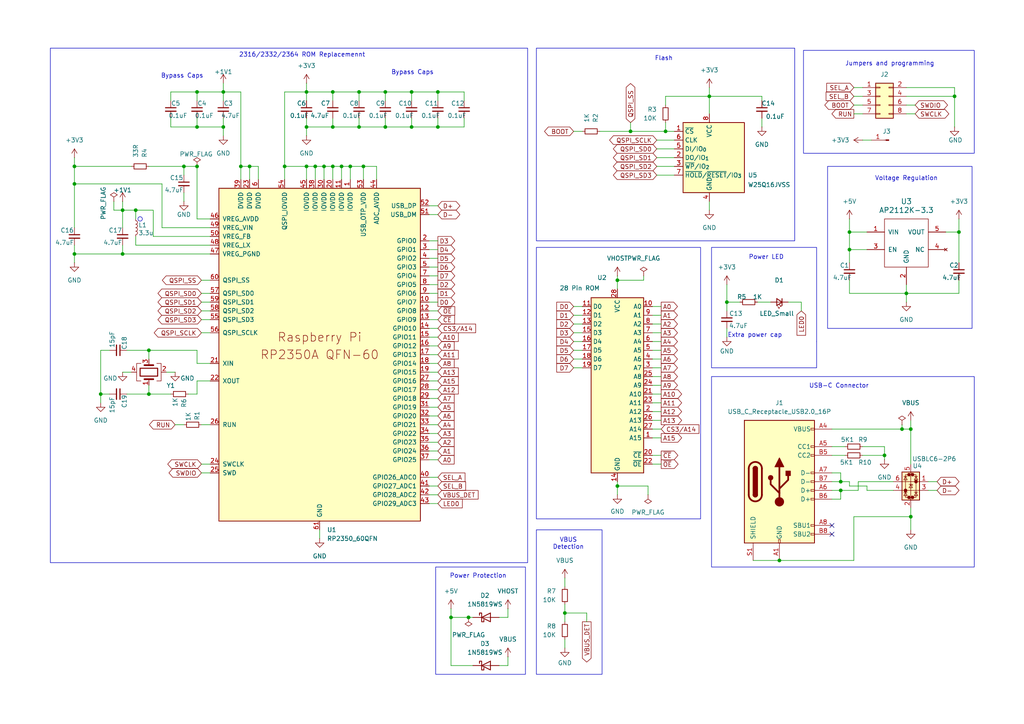
<source format=kicad_sch>
(kicad_sch (version 20250114) (generator "eeschema") (generator_version "9.0")
  (paper "A4")
  (title_block (title "One ROM") (date "2025-11-27") (rev "Fire 28 rev A") (company "piers.rocks") (comment 1 "(c) Piers Finlayson 2025"))
  (lib_symbols
    (symbol "Connector:Conn_01x01_Pin" (pin_names (offset 1.016) (hide yes))
      (property "Reference" "J" (at 0 2.54 0))
      (property "Value" "Conn_01x01_Pin" (at 0 -2.54 0))
      (symbol "Conn_01x01_Pin_1_1"
        (pin passive line (at 5.08 0 180) (length 3.81) (name "Pin_1") (number "1"))
      )
    )
    (symbol "Connector:USB_C_Receptacle_USB2.0_16P" (pin_names (offset 1.016))
      (property "Reference" "J" (at 0 22.225 0))
      (property "Value" "USB_C_Receptacle_USB2.0_16P" (at 0 19.685 0))
      (symbol "USB_C_Receptacle_USB2.0_16P_1_1"
        (pin passive line (at -7.62 -22.86 90) (length 5.08) (name "SHIELD") (number "S1"))
        (pin passive line (at 0 -22.86 90) (length 5.08) (name "GND") (number "A1"))
        (pin passive line (at 0 -22.86 90) (length 5.08) (hide yes) (name "GND") (number "A12"))
        (pin passive line (at 0 -22.86 90) (length 5.08) (hide yes) (name "GND") (number "B1"))
        (pin passive line (at 0 -22.86 90) (length 5.08) (hide yes) (name "GND") (number "B12"))
        (pin passive line (at 15.24 15.24 180) (length 5.08) (name "VBUS") (number "A4"))
        (pin passive line (at 15.24 15.24 180) (length 5.08) (hide yes) (name "VBUS") (number "A9"))
        (pin passive line (at 15.24 15.24 180) (length 5.08) (hide yes) (name "VBUS") (number "B4"))
        (pin passive line (at 15.24 15.24 180) (length 5.08) (hide yes) (name "VBUS") (number "B9"))
        (pin bidirectional line (at 15.24 10.16 180) (length 5.08) (name "CC1") (number "A5"))
        (pin bidirectional line (at 15.24 7.62 180) (length 5.08) (name "CC2") (number "B5"))
        (pin bidirectional line (at 15.24 2.54 180) (length 5.08) (name "D-") (number "A7"))
        (pin bidirectional line (at 15.24 0 180) (length 5.08) (name "D-") (number "B7"))
        (pin bidirectional line (at 15.24 -2.54 180) (length 5.08) (name "D+") (number "A6"))
        (pin bidirectional line (at 15.24 -5.08 180) (length 5.08) (name "D+") (number "B6"))
        (pin bidirectional line (at 15.24 -12.7 180) (length 5.08) (name "SBU1") (number "A8"))
        (pin bidirectional line (at 15.24 -15.24 180) (length 5.08) (name "SBU2") (number "B8"))
      )
    )
    (symbol "Connector_Generic:Conn_02x04_Odd_Even" (pin_names (offset 1.016) (hide yes))
      (property "Reference" "J" (at 1.27 5.08 0))
      (property "Value" "Conn_02x04_Odd_Even" (at 1.27 -7.62 0))
      (symbol "Conn_02x04_Odd_Even_1_1"
        (pin passive line (at -5.08 2.54 0) (length 3.81) (name "Pin_1") (number "1"))
        (pin passive line (at -5.08 0 0) (length 3.81) (name "Pin_3") (number "3"))
        (pin passive line (at -5.08 -2.54 0) (length 3.81) (name "Pin_5") (number "5"))
        (pin passive line (at -5.08 -5.08 0) (length 3.81) (name "Pin_7") (number "7"))
        (pin passive line (at 7.62 2.54 180) (length 3.81) (name "Pin_2") (number "2"))
        (pin passive line (at 7.62 0 180) (length 3.81) (name "Pin_4") (number "4"))
        (pin passive line (at 7.62 -2.54 180) (length 3.81) (name "Pin_6") (number "6"))
        (pin passive line (at 7.62 -5.08 180) (length 3.81) (name "Pin_8") (number "8"))
      )
    )
    (symbol "Device:C_Small" (pin_numbers (hide yes)) (pin_names (offset 0.254) (hide yes))
      (property "Reference" "C" (at 0.254 1.778 0))
      (property "Value" "C_Small" (at 0.254 -2.032 0))
      (symbol "C_Small_1_1"
        (pin passive line (at 0 2.54 270) (length 2.032) (name "~") (number "1"))
        (pin passive line (at 0 -2.54 90) (length 2.032) (name "~") (number "2"))
      )
    )
    (symbol "Device:Crystal_GND24" (pin_names (offset 1.016) (hide yes))
      (property "Reference" "Y" (at 3.175 5.08 0))
      (property "Value" "Crystal_GND24" (at 3.175 3.175 0))
      (symbol "Crystal_GND24_1_1"
        (pin passive line (at -3.81 0 0) (length 1.27) (name "1") (number "1"))
        (pin passive line (at 0 5.08 270) (length 1.27) (name "2") (number "2"))
        (pin passive line (at 0 -5.08 90) (length 1.27) (name "4") (number "4"))
        (pin passive line (at 3.81 0 180) (length 1.27) (name "3") (number "3"))
      )
    )
    (symbol "Device:LED_Small" (pin_numbers (hide yes)) (pin_names (offset 0.254) (hide yes))
      (property "Reference" "D" (at -1.27 3.175 0))
      (property "Value" "LED_Small" (at -4.445 -2.54 0))
      (symbol "LED_Small_1_1"
        (pin passive line (at -2.54 0 0) (length 1.778) (name "K") (number "1"))
        (pin passive line (at 2.54 0 180) (length 1.778) (name "A") (number "2"))
      )
    )
    (symbol "Device:L_Small" (pin_numbers (hide yes)) (pin_names (offset 0.254) (hide yes))
      (property "Reference" "L" (at 0.762 1.016 0))
      (property "Value" "L_Small" (at 0.762 -1.016 0))
      (symbol "L_Small_1_1"
        (pin passive line (at 0 2.54 270) (length 0.508) (name "~") (number "1"))
        (pin passive line (at 0 -2.54 90) (length 0.508) (name "~") (number "2"))
      )
    )
    (symbol "Device:R_Small" (pin_numbers (hide yes)) (pin_names (offset 0.254) (hide yes))
      (property "Reference" "R" (at 0.762 0.508 0))
      (property "Value" "R_Small" (at 0.762 -1.016 0))
      (symbol "R_Small_1_1"
        (pin passive line (at 0 2.54 270) (length 0.762) (name "~") (number "1"))
        (pin passive line (at 0 -2.54 90) (length 0.762) (name "~") (number "2"))
      )
    )
    (symbol "Diode:1N5819WS" (pin_numbers (hide yes)) (pin_names (offset 1.016) (hide yes))
      (property "Reference" "D" (at 0 2.54 0))
      (property "Value" "1N5819WS" (at 0 -2.54 0))
      (symbol "1N5819WS_1_1"
        (pin passive line (at -3.81 0 0) (length 2.54) (name "K") (number "1"))
        (pin passive line (at 3.81 0 180) (length 2.54) (name "A") (number "2"))
      )
    )
    (symbol "Memory_EPROM:27512"
      (property "Reference" "U" (at -7.62 26.67 0))
      (property "Value" "27512" (at 2.54 -26.67 0))
      (symbol "27512_1_1"
        (pin input line (at -10.16 22.86 0) (length 2.54) (name "A0") (number "10"))
        (pin input line (at -10.16 20.32 0) (length 2.54) (name "A1") (number "9"))
        (pin input line (at -10.16 17.78 0) (length 2.54) (name "A2") (number "8"))
        (pin input line (at -10.16 15.24 0) (length 2.54) (name "A3") (number "7"))
        (pin input line (at -10.16 12.7 0) (length 2.54) (name "A4") (number "6"))
        (pin input line (at -10.16 10.16 0) (length 2.54) (name "A5") (number "5"))
        (pin input line (at -10.16 7.62 0) (length 2.54) (name "A6") (number "4"))
        (pin input line (at -10.16 5.08 0) (length 2.54) (name "A7") (number "3"))
        (pin input line (at -10.16 2.54 0) (length 2.54) (name "A8") (number "25"))
        (pin input line (at -10.16 0 0) (length 2.54) (name "A9") (number "24"))
        (pin input line (at -10.16 -2.54 0) (length 2.54) (name "A10") (number "21"))
        (pin input line (at -10.16 -5.08 0) (length 2.54) (name "A11") (number "23"))
        (pin input line (at -10.16 -7.62 0) (length 2.54) (name "A12") (number "2"))
        (pin input line (at -10.16 -10.16 0) (length 2.54) (name "A13") (number "26"))
        (pin input line (at -10.16 -12.7 0) (length 2.54) (name "A14") (number "27"))
        (pin input line (at -10.16 -15.24 0) (length 2.54) (name "A15") (number "1"))
        (pin input line (at -10.16 -20.32 0) (length 2.54) (name "~{CE}") (number "20"))
        (pin input line (at -10.16 -22.86 0) (length 2.54) (name "~{OE}") (number "22"))
        (pin power_in line (at 0 27.94 270) (length 2.54) (name "VCC") (number "28"))
        (pin power_in line (at 0 -27.94 90) (length 2.54) (name "GND") (number "14"))
        (pin tri_state line (at 10.16 22.86 180) (length 2.54) (name "D0") (number "11"))
        (pin tri_state line (at 10.16 20.32 180) (length 2.54) (name "D1") (number "12"))
        (pin tri_state line (at 10.16 17.78 180) (length 2.54) (name "D2") (number "13"))
        (pin tri_state line (at 10.16 15.24 180) (length 2.54) (name "D3") (number "15"))
        (pin tri_state line (at 10.16 12.7 180) (length 2.54) (name "D4") (number "16"))
        (pin tri_state line (at 10.16 10.16 180) (length 2.54) (name "D5") (number "17"))
        (pin tri_state line (at 10.16 7.62 180) (length 2.54) (name "D6") (number "18"))
        (pin tri_state line (at 10.16 5.08 180) (length 2.54) (name "D7") (number "19"))
      )
    )
    (symbol "Memory_Flash:W25Q16JVSS"
      (property "Reference" "U" (at -6.35 11.43 0))
      (property "Value" "W25Q16JVSS" (at 7.62 11.43 0))
      (symbol "W25Q16JVSS_1_1"
        (pin input line (at -10.16 7.62 0) (length 2.54) (name "~{CS}") (number "1"))
        (pin input line (at -10.16 5.08 0) (length 2.54) (name "CLK") (number "6"))
        (pin bidirectional line (at -10.16 2.54 0) (length 2.54) (name "DI/IO_{0}") (number "5"))
        (pin bidirectional line (at -10.16 0 0) (length 2.54) (name "DO/IO_{1}") (number "2"))
        (pin bidirectional line (at -10.16 -2.54 0) (length 2.54) (name "~{WP}/IO_{2}") (number "3"))
        (pin bidirectional line (at -10.16 -5.08 0) (length 2.54) (name "~{HOLD}/~{RESET}/IO_{3}") (number "7"))
        (pin power_in line (at 0 12.7 270) (length 2.54) (name "VCC") (number "8"))
        (pin power_in line (at 0 -12.7 90) (length 2.54) (name "GND") (number "4"))
      )
    )
    (symbol "Power_Protection:USBLC6-2P6" (pin_names (hide yes))
      (property "Reference" "U" (at 0.635 5.715 0))
      (property "Value" "USBLC6-2P6" (at 0.635 3.81 0))
      (symbol "USBLC6-2P6_1_1"
        (pin passive line (at -5.08 0 0) (length 2.54) (name "I/O1") (number "1"))
        (pin passive line (at -5.08 -2.54 0) (length 2.54) (name "I/O2") (number "3"))
        (pin passive line (at 0 5.08 270) (length 2.54) (name "VBUS") (number "5"))
        (pin passive line (at 0 -7.62 90) (length 2.54) (name "GND") (number "2"))
        (pin passive line (at 5.08 0 180) (length 2.54) (name "I/O1") (number "6"))
        (pin passive line (at 5.08 -2.54 180) (length 2.54) (name "I/O2") (number "4"))
      )
    )
    (symbol "RP:RP2350_60QFN" (pin_names (offset 1.016))
      (property "Reference" "U" (at -29.21 49.53 0))
      (property "Value" "RP2350_60QFN" (at 24.13 -49.53 0))
      (symbol "RP2350_60QFN_0_0"
        (text "Raspberry Pi" (at 0 5.08 0) (effects (font (size 2.54 2.54))))
      )
      (symbol "RP2350_60QFN_1_0"
        (text "RP2350A QFN-60" (at 0 0 0) (effects (font (size 2.54 2.54))))
      )
      (symbol "RP2350_60QFN_1_1"
        (pin power_in line (at -31.75 39.37 0) (length 2.54) (name "VREG_AVDD") (number "46"))
        (pin power_in line (at -31.75 36.83 0) (length 2.54) (name "VREG_VIN") (number "49"))
        (pin input line (at -31.75 34.29 0) (length 2.54) (name "VREG_FB") (number "50"))
        (pin power_out line (at -31.75 31.75 0) (length 2.54) (name "VREG_LX") (number "48"))
        (pin power_in line (at -31.75 29.21 0) (length 2.54) (name "VREG_PGND") (number "47"))
        (pin bidirectional line (at -31.75 21.59 0) (length 2.54) (name "QSPI_SS") (number "60"))
        (pin bidirectional line (at -31.75 17.78 0) (length 2.54) (name "QSPI_SD0") (number "57"))
        (pin bidirectional line (at -31.75 15.24 0) (length 2.54) (name "QSPI_SD1") (number "59"))
        (pin bidirectional line (at -31.75 12.7 0) (length 2.54) (name "QSPI_SD2") (number "58"))
        (pin bidirectional line (at -31.75 10.16 0) (length 2.54) (name "QSPI_SD3") (number "55"))
        (pin output line (at -31.75 6.35 0) (length 2.54) (name "QSPI_SCLK") (number "56"))
        (pin input line (at -31.75 -2.54 0) (length 2.54) (name "XIN") (number "21"))
        (pin passive line (at -31.75 -7.62 0) (length 2.54) (name "XOUT") (number "22"))
        (pin input line (at -31.75 -20.32 0) (length 2.54) (name "RUN") (number "26"))
        (pin output line (at -31.75 -31.75 0) (length 2.54) (name "SWCLK") (number "24"))
        (pin bidirectional line (at -31.75 -34.29 0) (length 2.54) (name "SWD") (number "25"))
        (pin power_in line (at -22.86 50.8 270) (length 2.54) (name "DVDD") (number "39"))
        (pin power_in line (at -20.32 50.8 270) (length 2.54) (name "DVDD") (number "23"))
        (pin power_in line (at -17.78 50.8 270) (length 2.54) (name "DVDD") (number "6"))
        (pin power_in line (at -10.16 50.8 270) (length 2.54) (name "QSPI_IOVDD") (number "54"))
        (pin power_in line (at -3.81 50.8 270) (length 2.54) (name "IOVDD") (number "45"))
        (pin power_in line (at -1.27 50.8 270) (length 2.54) (name "IOVDD") (number "38"))
        (pin power_in line (at 0 -50.8 90) (length 2.54) (name "GND") (number "61"))
        (pin power_in line (at 1.27 50.8 270) (length 2.54) (name "IOVDD") (number "30"))
        (pin power_in line (at 3.81 50.8 270) (length 2.54) (name "IOVDD") (number "20"))
        (pin power_in line (at 6.35 50.8 270) (length 2.54) (name "IOVDD") (number "11"))
        (pin power_in line (at 8.89 50.8 270) (length 2.54) (name "IOVDD") (number "1"))
        (pin power_in line (at 12.7 50.8 270) (length 2.54) (name "USB_OTP_VDD") (number "53"))
        (pin power_in line (at 16.51 50.8 270) (length 2.54) (name "ADC_AVDD") (number "44"))
        (pin bidirectional line (at 31.75 43.18 180) (length 2.54) (name "USB_DP") (number "52"))
        (pin bidirectional line (at 31.75 40.64 180) (length 2.54) (name "USB_DM") (number "51"))
        (pin bidirectional line (at 31.75 33.02 180) (length 2.54) (name "GPIO0") (number "2"))
        (pin bidirectional line (at 31.75 30.48 180) (length 2.54) (name "GPIO1") (number "3"))
        (pin bidirectional line (at 31.75 27.94 180) (length 2.54) (name "GPIO2") (number "4"))
        (pin bidirectional line (at 31.75 25.4 180) (length 2.54) (name "GPIO3") (number "5"))
        (pin bidirectional line (at 31.75 22.86 180) (length 2.54) (name "GPIO4") (number "7"))
        (pin bidirectional line (at 31.75 20.32 180) (length 2.54) (name "GPIO5") (number "8"))
        (pin bidirectional line (at 31.75 17.78 180) (length 2.54) (name "GPIO6") (number "9"))
        (pin bidirectional line (at 31.75 15.24 180) (length 2.54) (name "GPIO7") (number "10"))
        (pin bidirectional line (at 31.75 12.7 180) (length 2.54) (name "GPIO8") (number "12"))
        (pin bidirectional line (at 31.75 10.16 180) (length 2.54) (name "GPIO9") (number "13"))
        (pin bidirectional line (at 31.75 7.62 180) (length 2.54) (name "GPIO10") (number "14"))
        (pin bidirectional line (at 31.75 5.08 180) (length 2.54) (name "GPIO11") (number "15"))
        (pin bidirectional line (at 31.75 2.54 180) (length 2.54) (name "GPIO12") (number "16"))
        (pin bidirectional line (at 31.75 0 180) (length 2.54) (name "GPIO13") (number "17"))
        (pin bidirectional line (at 31.75 -2.54 180) (length 2.54) (name "GPIO14") (number "18"))
        (pin bidirectional line (at 31.75 -5.08 180) (length 2.54) (name "GPIO15") (number "19"))
        (pin bidirectional line (at 31.75 -7.62 180) (length 2.54) (name "GPIO16") (number "27"))
        (pin bidirectional line (at 31.75 -10.16 180) (length 2.54) (name "GPIO17") (number "28"))
        (pin bidirectional line (at 31.75 -12.7 180) (length 2.54) (name "GPIO18") (number "29"))
        (pin bidirectional line (at 31.75 -15.24 180) (length 2.54) (name "GPIO19") (number "31"))
        (pin bidirectional line (at 31.75 -17.78 180) (length 2.54) (name "GPIO20") (number "32"))
        (pin bidirectional line (at 31.75 -20.32 180) (length 2.54) (name "GPIO21") (number "33"))
        (pin bidirectional line (at 31.75 -22.86 180) (length 2.54) (name "GPIO22") (number "34"))
        (pin bidirectional line (at 31.75 -25.4 180) (length 2.54) (name "GPIO23") (number "35"))
        (pin bidirectional line (at 31.75 -27.94 180) (length 2.54) (name "GPIO24") (number "36"))
        (pin bidirectional line (at 31.75 -30.48 180) (length 2.54) (name "GPIO25") (number "37"))
        (pin bidirectional line (at 31.75 -35.56 180) (length 2.54) (name "GPIO26_ADC0") (number "40"))
        (pin bidirectional line (at 31.75 -38.1 180) (length 2.54) (name "GPIO27_ADC1") (number "41"))
        (pin bidirectional line (at 31.75 -40.64 180) (length 2.54) (name "GPIO28_ADC2") (number "42"))
        (pin bidirectional line (at 31.75 -43.18 180) (length 2.54) (name "GPIO29_ADC3") (number "43"))
      )
    )
    (symbol "piers_old:RT9013" (pin_names (offset 1.016))
      (property "Reference" "U" (at 5.08 11.43 0))
      (property "Value" "RT9013" (at -2.54 11.43 0))
      (symbol "RT9013_1_1"
        (pin power_in line (at -11.43 5.08 0) (length 5.08) (name "VIN") (number "1"))
        (pin input line (at -11.43 0 0) (length 5.08) (name "EN") (number "3"))
        (pin power_in line (at 0 -10.16 90) (length 5.08) (name "GND") (number "2"))
        (pin power_out line (at 11.43 5.08 180) (length 5.08) (name "VOUT") (number "5"))
        (pin no_connect line (at 11.43 0 180) (length 5.08) (name "NC") (number "4"))
      )
    )
    (symbol "power:+1V1" (power) (pin_numbers (hide yes)) (pin_names (offset 0) (hide yes))
      (property "Value" "+1V1" (at 0 3.556 0))
      (symbol "+1V1_1_1"
        (pin power_in line (at 0 0 90) (length 0) (name "~") (number "1"))
      )
    )
    (symbol "power:+3V3" (power) (pin_numbers (hide yes)) (pin_names (offset 0) (hide yes))
      (property "Value" "+3V3" (at 0 3.556 0))
      (symbol "+3V3_1_1"
        (pin power_in line (at 0 0 90) (length 0) (name "~") (number "1"))
      )
    )
    (symbol "power:+5V" (power) (pin_numbers (hide yes)) (pin_names (offset 0) (hide yes))
      (property "Value" "+5V" (at 0 3.556 0))
      (symbol "+5V_1_1"
        (pin power_in line (at 0 0 90) (length 0) (name "~") (number "1"))
      )
    )
    (symbol "power:GND" (power) (pin_numbers (hide yes)) (pin_names (offset 0) (hide yes))
      (property "Value" "GND" (at 0 -3.81 0))
      (symbol "GND_1_1"
        (pin power_in line (at 0 0 270) (length 0) (name "~") (number "1"))
      )
    )
    (symbol "power:PWR_FLAG" (power) (pin_numbers (hide yes)) (pin_names (offset 0) (hide yes))
      (property "Value" "PWR_FLAG" (at 0 3.81 0))
      (symbol "PWR_FLAG_0_0"
        (pin power_out line (at 0 0 90) (length 0) (name "~") (number "1"))
      )
    )
  )
  (rectangle (start 126.365 164.465) (end 152.4 195.58))
  (rectangle (start 155.575 71.755) (end 203.2 150.495))
  (rectangle (start 155.575 153.67) (end 174.625 195.58))
  (circle (center 40.64 63.5) (radius 0.635))
  (rectangle (start 155.575 13.97) (end 230.505 69.85))
  (rectangle (start 236.855 99.06) (end 236.855 99.06))
  (rectangle (start 14.605 13.97) (end 153.035 163.195))
  (rectangle (start 233.045 14.605) (end 282.575 44.45))
  (rectangle (start 206.375 71.755) (end 236.855 106.68))
  (rectangle (start 240.03 48.26) (end 281.94 95.25))
  (rectangle (start 206.375 109.22) (end 282.575 164.465))
  (text "USB-C Connector" (at 243.332 112.014 0) (effects (font (size 1.27 1.27))))
  (text "Voltage Regulation" (at 262.89 51.816 0) (effects (font (size 1.27 1.27))))
  (text "Extra power cap" (at 218.948 97.282 0) (effects (font (size 1.27 1.27))))
  (text "2316/2332/2364 ROM Replacemennt" (at 87.63 16.002 0) (effects (font (size 1.27 1.27))))
  (text "Bypass Caps" (at 52.832 22.098 0) (effects (font (size 1.27 1.27))))
  (text "Power LED" (at 222.25 74.676 0) (effects (font (size 1.27 1.27))))
  (text "Power Protection" (at 138.684 167.132 0) (effects (font (size 1.27 1.27))))
  (text "VBUS\nDetection" (at 164.846 157.734 0) (effects (font (size 1.27 1.27))))
  (text "Bypass Caps" (at 119.634 21.082 0) (effects (font (size 1.27 1.27))))
  (text "Flash" (at 192.532 17.018 0) (effects (font (size 1.27 1.27))))
  (text "Jumpers and programming" (at 258.064 18.542 0) (effects (font (size 1.27 1.27))))
  (junction (at 35.56 60.96))
  (junction (at 21.59 48.26))
  (junction (at 21.59 73.66))
  (junction (at 104.14 36.83))
  (junction (at 104.14 26.67))
  (junction (at 82.55 48.26))
  (junction (at 96.52 36.83))
  (junction (at 179.07 140.97))
  (junction (at 264.16 149.86))
  (junction (at 72.39 48.26))
  (junction (at 119.38 26.67))
  (junction (at 57.15 36.83))
  (junction (at 43.18 114.3))
  (junction (at 111.76 36.83))
  (junction (at 29.21 114.3))
  (junction (at 182.88 38.1))
  (junction (at 35.56 73.66))
  (junction (at 69.85 48.26))
  (junction (at 64.77 26.67))
  (junction (at 205.74 27.94))
  (junction (at 243.84 142.24))
  (junction (at 179.07 81.28))
  (junction (at 163.83 177.8))
  (junction (at 246.38 67.31))
  (junction (at 276.86 27.94))
  (junction (at 243.84 139.7))
  (junction (at 96.52 48.26))
  (junction (at 88.9 26.67))
  (junction (at 57.15 26.67))
  (junction (at 105.41 48.26))
  (junction (at 91.44 48.26))
  (junction (at 262.89 85.09))
  (junction (at 99.06 48.26))
  (junction (at 261.62 124.46))
  (junction (at 21.59 53.34))
  (junction (at 101.6 48.26))
  (junction (at 88.9 48.26))
  (junction (at 210.82 87.63))
  (junction (at 246.38 72.39))
  (junction (at 256.54 132.08))
  (junction (at 93.98 48.26))
  (junction (at 53.34 48.26))
  (junction (at 193.04 38.1))
  (junction (at 264.16 124.46))
  (junction (at 127 26.67))
  (junction (at 226.06 162.56))
  (junction (at 88.9 36.83))
  (junction (at 130.81 179.07))
  (junction (at 127 36.83))
  (junction (at 96.52 26.67))
  (junction (at 119.38 36.83))
  (junction (at 39.37 60.96))
  (junction (at 64.77 36.83))
  (junction (at 111.76 26.67))
  (junction (at 135.89 179.07))
  (junction (at 278.13 67.31))
  (junction (at 57.15 48.26))
  (junction (at 43.18 101.6))
  (no_connect (at 241.3 154.94))
  (no_connect (at 241.3 152.4))
  (wire (pts (xy 278.13 67.31) (xy 278.13 76.2)))
  (wire (pts (xy 91.44 48.26) (xy 93.98 48.26)))
  (wire (pts (xy 232.41 87.63) (xy 232.41 90.17)))
  (wire (pts (xy 93.98 48.26) (xy 96.52 48.26)))
  (wire (pts (xy 186.69 81.28) (xy 179.07 81.28)))
  (wire (pts (xy 92.71 153.67) (xy 92.71 156.21)))
  (wire (pts (xy 44.45 68.58) (xy 60.96 68.58)))
  (wire (pts (xy 241.3 139.7) (xy 243.84 139.7)))
  (wire (pts (xy 43.18 101.6) (xy 43.18 104.14)))
  (wire (pts (xy 104.14 29.21) (xy 104.14 26.67)))
  (wire (pts (xy 119.38 34.29) (xy 119.38 36.83)))
  (wire (pts (xy 189.23 101.6) (xy 191.77 101.6)))
  (wire (pts (xy 69.85 26.67) (xy 64.77 26.67)))
  (wire (pts (xy 58.42 92.71) (xy 60.96 92.71)))
  (wire (pts (xy 243.84 137.16) (xy 243.84 139.7)))
  (wire (pts (xy 88.9 52.07) (xy 88.9 48.26)))
  (wire (pts (xy 104.14 36.83) (xy 104.14 34.29)))
  (wire (pts (xy 243.84 139.7) (xy 246.38 139.7)))
  (wire (pts (xy 43.18 111.76) (xy 43.18 114.3)))
  (wire (pts (xy 261.62 123.19) (xy 261.62 124.46)))
  (wire (pts (xy 124.46 128.27) (xy 127 128.27)))
  (wire (pts (xy 163.83 167.64) (xy 163.83 170.18)))
  (wire (pts (xy 243.84 144.78) (xy 243.84 142.24)))
  (wire (pts (xy 246.38 85.09) (xy 262.89 85.09)))
  (wire (pts (xy 127 77.47) (xy 124.46 77.47)))
  (wire (pts (xy 49.53 26.67) (xy 49.53 29.21)))
  (wire (pts (xy 93.98 48.26) (xy 93.98 52.07)))
  (wire (pts (xy 99.06 48.26) (xy 99.06 52.07)))
  (wire (pts (xy 29.21 116.84) (xy 29.21 114.3)))
  (wire (pts (xy 101.6 52.07) (xy 101.6 48.26)))
  (wire (pts (xy 21.59 48.26) (xy 21.59 53.34)))
  (wire (pts (xy 147.32 176.53) (xy 147.32 179.07)))
  (wire (pts (xy 264.16 121.92) (xy 264.16 124.46)))
  (wire (pts (xy 53.34 55.88) (xy 53.34 58.42)))
  (wire (pts (xy 127 146.05) (xy 124.46 146.05)))
  (wire (pts (xy 189.23 96.52) (xy 191.77 96.52)))
  (wire (pts (xy 119.38 26.67) (xy 127 26.67)))
  (wire (pts (xy 91.44 52.07) (xy 91.44 48.26)))
  (wire (pts (xy 57.15 36.83) (xy 64.77 36.83)))
  (wire (pts (xy 262.89 85.09) (xy 262.89 87.63)))
  (wire (pts (xy 276.86 27.94) (xy 276.86 36.83)))
  (wire (pts (xy 166.37 101.6) (xy 168.91 101.6)))
  (wire (pts (xy 262.89 27.94) (xy 276.86 27.94)))
  (wire (pts (xy 57.15 36.83) (xy 57.15 34.29)))
  (wire (pts (xy 35.56 60.96) (xy 35.56 66.04)))
  (wire (pts (xy 262.89 33.02) (xy 265.43 33.02)))
  (wire (pts (xy 166.37 104.14) (xy 168.91 104.14)))
  (wire (pts (xy 269.24 142.24) (xy 271.78 142.24)))
  (wire (pts (xy 57.15 110.49) (xy 60.96 110.49)))
  (wire (pts (xy 269.24 139.7) (xy 271.78 139.7)))
  (wire (pts (xy 210.82 87.63) (xy 210.82 90.17)))
  (wire (pts (xy 210.82 95.25) (xy 210.82 97.79)))
  (wire (pts (xy 220.98 27.94) (xy 220.98 29.21)))
  (wire (pts (xy 82.55 52.07) (xy 82.55 48.26)))
  (wire (pts (xy 58.42 96.52) (xy 60.96 96.52)))
  (wire (pts (xy 189.23 88.9) (xy 191.77 88.9)))
  (wire (pts (xy 39.37 71.12) (xy 39.37 68.58)))
  (wire (pts (xy 29.21 114.3) (xy 29.21 101.6)))
  (wire (pts (xy 243.84 142.24) (xy 248.92 142.24)))
  (wire (pts (xy 57.15 48.26) (xy 53.34 48.26)))
  (wire (pts (xy 104.14 26.67) (xy 111.76 26.67)))
  (wire (pts (xy 205.74 25.4) (xy 205.74 27.94)))
  (wire (pts (xy 246.38 140.97) (xy 251.46 140.97)))
  (wire (pts (xy 88.9 26.67) (xy 88.9 29.21)))
  (wire (pts (xy 96.52 34.29) (xy 96.52 36.83)))
  (wire (pts (xy 220.98 34.29) (xy 220.98 36.83)))
  (wire (pts (xy 124.46 100.33) (xy 127 100.33)))
  (wire (pts (xy 36.83 114.3) (xy 43.18 114.3)))
  (wire (pts (xy 46.99 53.34) (xy 21.59 53.34)))
  (wire (pts (xy 39.37 60.96) (xy 44.45 60.96)))
  (wire (pts (xy 256.54 133.35) (xy 256.54 132.08)))
  (wire (pts (xy 256.54 132.08) (xy 250.19 132.08)))
  (wire (pts (xy 57.15 26.67) (xy 64.77 26.67)))
  (wire (pts (xy 248.92 142.24) (xy 248.92 139.7)))
  (wire (pts (xy 64.77 24.13) (xy 64.77 26.67)))
  (wire (pts (xy 278.13 85.09) (xy 278.13 81.28)))
  (wire (pts (xy 60.96 66.04) (xy 46.99 66.04)))
  (wire (pts (xy 74.93 48.26) (xy 72.39 48.26)))
  (wire (pts (xy 21.59 73.66) (xy 35.56 73.66)))
  (wire (pts (xy 251.46 140.97) (xy 251.46 142.24)))
  (wire (pts (xy 210.82 82.55) (xy 210.82 87.63)))
  (wire (pts (xy 88.9 48.26) (xy 91.44 48.26)))
  (wire (pts (xy 127 69.85) (xy 124.46 69.85)))
  (wire (pts (xy 246.38 72.39) (xy 246.38 76.2)))
  (wire (pts (xy 35.56 71.12) (xy 35.56 73.66)))
  (wire (pts (xy 163.83 175.26) (xy 163.83 177.8)))
  (wire (pts (xy 247.65 25.4) (xy 250.19 25.4)))
  (wire (pts (xy 127 138.43) (xy 124.46 138.43)))
  (wire (pts (xy 104.14 36.83) (xy 111.76 36.83)))
  (wire (pts (xy 124.46 95.25) (xy 127 95.25)))
  (wire (pts (xy 49.53 36.83) (xy 49.53 34.29)))
  (wire (pts (xy 35.56 107.95) (xy 38.1 107.95)))
  (wire (pts (xy 182.88 38.1) (xy 193.04 38.1)))
  (wire (pts (xy 205.74 27.94) (xy 205.74 33.02)))
  (wire (pts (xy 264.16 147.32) (xy 264.16 149.86)))
  (wire (pts (xy 166.37 38.1) (xy 168.91 38.1)))
  (wire (pts (xy 189.23 93.98) (xy 191.77 93.98)))
  (wire (pts (xy 21.59 45.72) (xy 21.59 48.26)))
  (wire (pts (xy 274.32 67.31) (xy 278.13 67.31)))
  (wire (pts (xy 119.38 36.83) (xy 127 36.83)))
  (wire (pts (xy 246.38 67.31) (xy 251.46 67.31)))
  (wire (pts (xy 53.34 48.26) (xy 53.34 50.8)))
  (wire (pts (xy 111.76 36.83) (xy 119.38 36.83)))
  (wire (pts (xy 163.83 177.8) (xy 170.18 177.8)))
  (wire (pts (xy 205.74 27.94) (xy 220.98 27.94)))
  (wire (pts (xy 43.18 48.26) (xy 53.34 48.26)))
  (wire (pts (xy 130.81 179.07) (xy 130.81 193.04)))
  (wire (pts (xy 218.44 162.56) (xy 226.06 162.56)))
  (wire (pts (xy 21.59 71.12) (xy 21.59 73.66)))
  (wire (pts (xy 58.42 87.63) (xy 60.96 87.63)))
  (wire (pts (xy 124.46 92.71) (xy 127 92.71)))
  (wire (pts (xy 29.21 101.6) (xy 31.75 101.6)))
  (wire (pts (xy 21.59 48.26) (xy 38.1 48.26)))
  (wire (pts (xy 163.83 185.42) (xy 163.83 187.96)))
  (wire (pts (xy 29.21 114.3) (xy 31.75 114.3)))
  (wire (pts (xy 189.23 124.46) (xy 191.77 124.46)))
  (wire (pts (xy 190.5 43.18) (xy 195.58 43.18)))
  (wire (pts (xy 35.56 73.66) (xy 60.96 73.66)))
  (wire (pts (xy 264.16 149.86) (xy 264.16 153.67)))
  (wire (pts (xy 124.46 62.23) (xy 127 62.23)))
  (wire (pts (xy 256.54 129.54) (xy 256.54 132.08)))
  (wire (pts (xy 64.77 26.67) (xy 64.77 29.21)))
  (wire (pts (xy 39.37 60.96) (xy 35.56 60.96)))
  (wire (pts (xy 246.38 67.31) (xy 246.38 72.39)))
  (wire (pts (xy 205.74 58.42) (xy 205.74 60.96)))
  (wire (pts (xy 88.9 36.83) (xy 88.9 34.29)))
  (wire (pts (xy 127 140.97) (xy 124.46 140.97)))
  (wire (pts (xy 124.46 59.69) (xy 127 59.69)))
  (wire (pts (xy 247.65 33.02) (xy 250.19 33.02)))
  (wire (pts (xy 127 118.11) (xy 124.46 118.11)))
  (wire (pts (xy 21.59 73.66) (xy 21.59 76.2)))
  (wire (pts (xy 88.9 26.67) (xy 96.52 26.67)))
  (wire (pts (xy 166.37 96.52) (xy 168.91 96.52)))
  (wire (pts (xy 179.07 81.28) (xy 179.07 83.82)))
  (wire (pts (xy 193.04 30.48) (xy 193.04 27.94)))
  (wire (pts (xy 39.37 60.96) (xy 39.37 63.5)))
  (wire (pts (xy 247.65 162.56) (xy 247.65 149.86)))
  (wire (pts (xy 44.45 60.96) (xy 44.45 68.58)))
  (wire (pts (xy 124.46 107.95) (xy 127 107.95)))
  (wire (pts (xy 104.14 26.67) (xy 96.52 26.67)))
  (wire (pts (xy 58.42 134.62) (xy 60.96 134.62)))
  (wire (pts (xy 241.3 132.08) (xy 245.11 132.08)))
  (wire (pts (xy 105.41 48.26) (xy 105.41 52.07)))
  (wire (pts (xy 232.41 87.63) (xy 228.6 87.63)))
  (wire (pts (xy 127 143.51) (xy 124.46 143.51)))
  (wire (pts (xy 88.9 24.13) (xy 88.9 26.67)))
  (wire (pts (xy 124.46 90.17) (xy 127 90.17)))
  (wire (pts (xy 173.99 38.1) (xy 182.88 38.1)))
  (wire (pts (xy 127 26.67) (xy 134.62 26.67)))
  (wire (pts (xy 246.38 81.28) (xy 246.38 85.09)))
  (wire (pts (xy 127 36.83) (xy 134.62 36.83)))
  (wire (pts (xy 278.13 63.5) (xy 278.13 67.31)))
  (wire (pts (xy 124.46 113.03) (xy 127 113.03)))
  (wire (pts (xy 82.55 26.67) (xy 82.55 48.26)))
  (wire (pts (xy 166.37 106.68) (xy 168.91 106.68)))
  (wire (pts (xy 250.19 129.54) (xy 256.54 129.54)))
  (wire (pts (xy 130.81 179.07) (xy 135.89 179.07)))
  (wire (pts (xy 189.23 114.3) (xy 191.77 114.3)))
  (wire (pts (xy 241.3 137.16) (xy 243.84 137.16)))
  (wire (pts (xy 124.46 102.87) (xy 127 102.87)))
  (wire (pts (xy 127 26.67) (xy 127 29.21)))
  (wire (pts (xy 166.37 99.06) (xy 168.91 99.06)))
  (wire (pts (xy 57.15 101.6) (xy 57.15 105.41)))
  (wire (pts (xy 58.42 90.17) (xy 60.96 90.17)))
  (wire (pts (xy 57.15 26.67) (xy 49.53 26.67)))
  (wire (pts (xy 190.5 48.26) (xy 195.58 48.26)))
  (wire (pts (xy 226.06 162.56) (xy 247.65 162.56)))
  (wire (pts (xy 262.89 85.09) (xy 278.13 85.09)))
  (wire (pts (xy 101.6 48.26) (xy 105.41 48.26)))
  (wire (pts (xy 36.83 101.6) (xy 43.18 101.6)))
  (wire (pts (xy 54.61 114.3) (xy 57.15 114.3)))
  (wire (pts (xy 190.5 45.72) (xy 195.58 45.72)))
  (wire (pts (xy 49.53 36.83) (xy 57.15 36.83)))
  (wire (pts (xy 134.62 26.67) (xy 134.62 29.21)))
  (wire (pts (xy 189.23 99.06) (xy 191.77 99.06)))
  (wire (pts (xy 82.55 26.67) (xy 88.9 26.67)))
  (wire (pts (xy 189.23 116.84) (xy 191.77 116.84)))
  (wire (pts (xy 119.38 26.67) (xy 119.38 29.21)))
  (wire (pts (xy 190.5 50.8) (xy 195.58 50.8)))
  (wire (pts (xy 127 120.65) (xy 124.46 120.65)))
  (wire (pts (xy 246.38 139.7) (xy 246.38 140.97)))
  (wire (pts (xy 72.39 48.26) (xy 69.85 48.26)))
  (wire (pts (xy 33.02 58.42) (xy 33.02 60.96)))
  (wire (pts (xy 35.56 58.42) (xy 35.56 60.96)))
  (wire (pts (xy 64.77 36.83) (xy 64.77 34.29)))
  (wire (pts (xy 250.19 40.64) (xy 252.73 40.64)))
  (wire (pts (xy 96.52 26.67) (xy 96.52 29.21)))
  (wire (pts (xy 189.23 106.68) (xy 191.77 106.68)))
  (wire (pts (xy 134.62 34.29) (xy 134.62 36.83)))
  (wire (pts (xy 247.65 149.86) (xy 264.16 149.86)))
  (wire (pts (xy 127 85.09) (xy 124.46 85.09)))
  (wire (pts (xy 179.07 139.7) (xy 179.07 140.97)))
  (wire (pts (xy 247.65 27.94) (xy 250.19 27.94)))
  (wire (pts (xy 82.55 48.26) (xy 88.9 48.26)))
  (wire (pts (xy 33.02 60.96) (xy 35.56 60.96)))
  (wire (pts (xy 187.96 143.51) (xy 187.96 140.97)))
  (wire (pts (xy 262.89 25.4) (xy 276.86 25.4)))
  (wire (pts (xy 58.42 123.19) (xy 60.96 123.19)))
  (wire (pts (xy 105.41 48.26) (xy 109.22 48.26)))
  (wire (pts (xy 193.04 27.94) (xy 205.74 27.94)))
  (wire (pts (xy 189.23 109.22) (xy 191.77 109.22)))
  (wire (pts (xy 57.15 105.41) (xy 60.96 105.41)))
  (wire (pts (xy 135.89 179.07) (xy 137.16 179.07)))
  (wire (pts (xy 264.16 124.46) (xy 264.16 134.62)))
  (wire (pts (xy 43.18 101.6) (xy 57.15 101.6)))
  (wire (pts (xy 147.32 190.5) (xy 147.32 193.04)))
  (wire (pts (xy 124.46 130.81) (xy 127 130.81)))
  (wire (pts (xy 96.52 36.83) (xy 104.14 36.83)))
  (wire (pts (xy 193.04 38.1) (xy 195.58 38.1)))
  (wire (pts (xy 147.32 179.07) (xy 144.78 179.07)))
  (wire (pts (xy 88.9 36.83) (xy 88.9 39.37)))
  (wire (pts (xy 124.46 105.41) (xy 127 105.41)))
  (wire (pts (xy 57.15 114.3) (xy 57.15 110.49)))
  (wire (pts (xy 193.04 35.56) (xy 193.04 38.1)))
  (wire (pts (xy 124.46 125.73) (xy 127 125.73)))
  (wire (pts (xy 189.23 91.44) (xy 191.77 91.44)))
  (wire (pts (xy 187.96 140.97) (xy 179.07 140.97)))
  (wire (pts (xy 179.07 80.01) (xy 179.07 81.28)))
  (wire (pts (xy 21.59 53.34) (xy 21.59 66.04)))
  (wire (pts (xy 124.46 115.57) (xy 127 115.57)))
  (wire (pts (xy 69.85 52.07) (xy 69.85 48.26)))
  (wire (pts (xy 210.82 87.63) (xy 214.63 87.63)))
  (wire (pts (xy 261.62 124.46) (xy 264.16 124.46)))
  (wire (pts (xy 241.3 144.78) (xy 243.84 144.78)))
  (wire (pts (xy 186.69 80.01) (xy 186.69 81.28)))
  (wire (pts (xy 166.37 91.44) (xy 168.91 91.44)))
  (wire (pts (xy 262.89 82.55) (xy 262.89 85.09)))
  (wire (pts (xy 276.86 25.4) (xy 276.86 27.94)))
  (wire (pts (xy 111.76 26.67) (xy 111.76 29.21)))
  (wire (pts (xy 60.96 71.12) (xy 39.37 71.12)))
  (wire (pts (xy 43.18 114.3) (xy 49.53 114.3)))
  (wire (pts (xy 251.46 142.24) (xy 259.08 142.24)))
  (wire (pts (xy 246.38 72.39) (xy 251.46 72.39)))
  (wire (pts (xy 189.23 132.08) (xy 191.77 132.08)))
  (wire (pts (xy 247.65 30.48) (xy 250.19 30.48)))
  (wire (pts (xy 248.92 139.7) (xy 259.08 139.7)))
  (wire (pts (xy 50.8 123.19) (xy 53.34 123.19)))
  (wire (pts (xy 147.32 193.04) (xy 144.78 193.04)))
  (wire (pts (xy 58.42 137.16) (xy 60.96 137.16)))
  (wire (pts (xy 130.81 193.04) (xy 137.16 193.04)))
  (wire (pts (xy 189.23 134.62) (xy 191.77 134.62)))
  (wire (pts (xy 72.39 52.07) (xy 72.39 48.26)))
  (wire (pts (xy 96.52 48.26) (xy 99.06 48.26)))
  (wire (pts (xy 127 87.63) (xy 124.46 87.63)))
  (wire (pts (xy 179.07 140.97) (xy 179.07 143.51)))
  (wire (pts (xy 127 123.19) (xy 124.46 123.19)))
  (wire (pts (xy 189.23 111.76) (xy 191.77 111.76)))
  (wire (pts (xy 189.23 127) (xy 191.77 127)))
  (wire (pts (xy 124.46 133.35) (xy 127 133.35)))
  (wire (pts (xy 127 82.55) (xy 124.46 82.55)))
  (wire (pts (xy 166.37 88.9) (xy 168.91 88.9)))
  (wire (pts (xy 170.18 177.8) (xy 170.18 180.34)))
  (wire (pts (xy 57.15 63.5) (xy 57.15 48.26)))
  (wire (pts (xy 69.85 48.26) (xy 69.85 26.67)))
  (wire (pts (xy 60.96 63.5) (xy 57.15 63.5)))
  (wire (pts (xy 189.23 119.38) (xy 191.77 119.38)))
  (wire (pts (xy 48.26 107.95) (xy 50.8 107.95)))
  (wire (pts (xy 124.46 110.49) (xy 127 110.49)))
  (wire (pts (xy 64.77 36.83) (xy 64.77 39.37)))
  (wire (pts (xy 109.22 52.07) (xy 109.22 48.26)))
  (wire (pts (xy 130.81 176.53) (xy 130.81 179.07)))
  (wire (pts (xy 241.3 129.54) (xy 245.11 129.54)))
  (wire (pts (xy 124.46 97.79) (xy 127 97.79)))
  (wire (pts (xy 189.23 121.92) (xy 191.77 121.92)))
  (wire (pts (xy 111.76 26.67) (xy 119.38 26.67)))
  (wire (pts (xy 57.15 26.67) (xy 57.15 29.21)))
  (wire (pts (xy 96.52 52.07) (xy 96.52 48.26)))
  (wire (pts (xy 127 34.29) (xy 127 36.83)))
  (wire (pts (xy 99.06 48.26) (xy 101.6 48.26)))
  (wire (pts (xy 189.23 104.14) (xy 191.77 104.14)))
  (wire (pts (xy 111.76 34.29) (xy 111.76 36.83)))
  (wire (pts (xy 241.3 124.46) (xy 261.62 124.46)))
  (wire (pts (xy 46.99 66.04) (xy 46.99 53.34)))
  (wire (pts (xy 127 80.01) (xy 124.46 80.01)))
  (wire (pts (xy 58.42 81.28) (xy 60.96 81.28)))
  (wire (pts (xy 166.37 93.98) (xy 168.91 93.98)))
  (wire (pts (xy 127 74.93) (xy 124.46 74.93)))
  (wire (pts (xy 219.71 87.63) (xy 223.52 87.63)))
  (wire (pts (xy 74.93 52.07) (xy 74.93 48.26)))
  (wire (pts (xy 246.38 63.5) (xy 246.38 67.31)))
  (wire (pts (xy 58.42 85.09) (xy 60.96 85.09)))
  (wire (pts (xy 182.88 35.56) (xy 182.88 38.1)))
  (wire (pts (xy 163.83 177.8) (xy 163.83 180.34)))
  (wire (pts (xy 241.3 142.24) (xy 243.84 142.24)))
  (wire (pts (xy 127 72.39) (xy 124.46 72.39)))
  (wire (pts (xy 96.52 36.83) (xy 88.9 36.83)))
  (wire (pts (xy 190.5 40.64) (xy 195.58 40.64)))
  (wire (pts (xy 262.89 30.48) (xy 265.43 30.48)))
  (global_label "A9" (shape output) (at 191.77 111.76 0) (property "Intersheetrefs" "${INTERSHEET_REFS}" (effects (hide yes))))
  (global_label "SWCLK" (shape bidirectional) (at 58.42 134.62 180) (property "Intersheetrefs" "${INTERSHEET_REFS}" (effects (hide yes))))
  (global_label "A13" (shape input) (at 127 107.95 0) (property "Intersheetrefs" "${INTERSHEET_REFS}" (effects (hide yes))))
  (global_label "CS3{slash}A14" (shape input) (at 127 95.25 0) (property "Intersheetrefs" "${INTERSHEET_REFS}" (effects (hide yes))))
  (global_label "A7" (shape input) (at 127 115.57 0) (property "Intersheetrefs" "${INTERSHEET_REFS}" (effects (hide yes))))
  (global_label "A11" (shape input) (at 127 102.87 0) (property "Intersheetrefs" "${INTERSHEET_REFS}" (effects (hide yes))))
  (global_label "D+" (shape bidirectional) (at 271.78 139.7 0) (property "Intersheetrefs" "${INTERSHEET_REFS}" (effects (hide yes))))
  (global_label "A2" (shape output) (at 191.77 93.98 0) (property "Intersheetrefs" "${INTERSHEET_REFS}" (effects (hide yes))))
  (global_label "A15" (shape input) (at 127 110.49 0) (property "Intersheetrefs" "${INTERSHEET_REFS}" (effects (hide yes))))
  (global_label "D6" (shape input) (at 166.37 104.14 180) (property "Intersheetrefs" "${INTERSHEET_REFS}" (effects (hide yes))))
  (global_label "~{OE}" (shape input) (at 127 90.17 0) (property "Intersheetrefs" "${INTERSHEET_REFS}" (effects (hide yes))))
  (global_label "D0" (shape input) (at 166.37 88.9 180) (property "Intersheetrefs" "${INTERSHEET_REFS}" (effects (hide yes))))
  (global_label "A0" (shape output) (at 191.77 88.9 0) (property "Intersheetrefs" "${INTERSHEET_REFS}" (effects (hide yes))))
  (global_label "QSPI_SD1" (shape bidirectional) (at 58.42 87.63 180) (property "Intersheetrefs" "${INTERSHEET_REFS}" (effects (hide yes))))
  (global_label "QSPI_SS" (shape bidirectional) (at 182.88 35.56 90) (property "Intersheetrefs" "${INTERSHEET_REFS}" (effects (hide yes))))
  (global_label "VBUS_DET" (shape input) (at 127 143.51 0) (property "Intersheetrefs" "${INTERSHEET_REFS}" (effects (hide yes))))
  (global_label "D2" (shape input) (at 166.37 93.98 180) (property "Intersheetrefs" "${INTERSHEET_REFS}" (effects (hide yes))))
  (global_label "A1" (shape output) (at 191.77 91.44 0) (property "Intersheetrefs" "${INTERSHEET_REFS}" (effects (hide yes))))
  (global_label "QSPI_SD3" (shape bidirectional) (at 58.42 92.71 180) (property "Intersheetrefs" "${INTERSHEET_REFS}" (effects (hide yes))))
  (global_label "D1" (shape input) (at 166.37 91.44 180) (property "Intersheetrefs" "${INTERSHEET_REFS}" (effects (hide yes))))
  (global_label "~{CE}" (shape input) (at 127 92.71 0) (property "Intersheetrefs" "${INTERSHEET_REFS}" (effects (hide yes))))
  (global_label "D7" (shape output) (at 127 80.01 0) (property "Intersheetrefs" "${INTERSHEET_REFS}" (effects (hide yes))))
  (global_label "~{CE}" (shape output) (at 191.77 132.08 0) (property "Intersheetrefs" "${INTERSHEET_REFS}" (effects (hide yes))))
  (global_label "QSPI_SD0" (shape bidirectional) (at 58.42 85.09 180) (property "Intersheetrefs" "${INTERSHEET_REFS}" (effects (hide yes))))
  (global_label "A3" (shape output) (at 191.77 96.52 0) (property "Intersheetrefs" "${INTERSHEET_REFS}" (effects (hide yes))))
  (global_label "A6" (shape output) (at 191.77 104.14 0) (property "Intersheetrefs" "${INTERSHEET_REFS}" (effects (hide yes))))
  (global_label "SEL_B" (shape input) (at 127 140.97 0) (property "Intersheetrefs" "${INTERSHEET_REFS}" (effects (hide yes))))
  (global_label "A6" (shape input) (at 127 120.65 0) (property "Intersheetrefs" "${INTERSHEET_REFS}" (effects (hide yes))))
  (global_label "D3" (shape output) (at 127 69.85 0) (property "Intersheetrefs" "${INTERSHEET_REFS}" (effects (hide yes))))
  (global_label "D0" (shape output) (at 127 87.63 0) (property "Intersheetrefs" "${INTERSHEET_REFS}" (effects (hide yes))))
  (global_label "D5" (shape output) (at 127 74.93 0) (property "Intersheetrefs" "${INTERSHEET_REFS}" (effects (hide yes))))
  (global_label "SWDIO" (shape bidirectional) (at 58.42 137.16 180) (property "Intersheetrefs" "${INTERSHEET_REFS}" (effects (hide yes))))
  (global_label "D-" (shape bidirectional) (at 127 62.23 0) (property "Intersheetrefs" "${INTERSHEET_REFS}" (effects (hide yes))))
  (global_label "A12" (shape input) (at 127 113.03 0) (property "Intersheetrefs" "${INTERSHEET_REFS}" (effects (hide yes))))
  (global_label "A4" (shape output) (at 191.77 99.06 0) (property "Intersheetrefs" "${INTERSHEET_REFS}" (effects (hide yes))))
  (global_label "A9" (shape input) (at 127 100.33 0) (property "Intersheetrefs" "${INTERSHEET_REFS}" (effects (hide yes))))
  (global_label "A10" (shape input) (at 127 97.79 0) (property "Intersheetrefs" "${INTERSHEET_REFS}" (effects (hide yes))))
  (global_label "RUN" (shape output) (at 247.65 33.02 180) (property "Intersheetrefs" "${INTERSHEET_REFS}" (effects (hide yes))))
  (global_label "SEL_B" (shape input) (at 247.65 27.94 180) (property "Intersheetrefs" "${INTERSHEET_REFS}" (effects (hide yes))))
  (global_label "QSPI_SD1" (shape bidirectional) (at 190.5 45.72 180) (property "Intersheetrefs" "${INTERSHEET_REFS}" (effects (hide yes))))
  (global_label "QSPI_SS" (shape bidirectional) (at 58.42 81.28 180) (property "Intersheetrefs" "${INTERSHEET_REFS}" (effects (hide yes))))
  (global_label "~{OE}" (shape output) (at 191.77 134.62 0) (property "Intersheetrefs" "${INTERSHEET_REFS}" (effects (hide yes))))
  (global_label "D7" (shape input) (at 166.37 106.68 180) (property "Intersheetrefs" "${INTERSHEET_REFS}" (effects (hide yes))))
  (global_label "D-" (shape bidirectional) (at 271.78 142.24 0) (property "Intersheetrefs" "${INTERSHEET_REFS}" (effects (hide yes))))
  (global_label "D4" (shape input) (at 166.37 99.06 180) (property "Intersheetrefs" "${INTERSHEET_REFS}" (effects (hide yes))))
  (global_label "A1" (shape input) (at 127 130.81 0) (property "Intersheetrefs" "${INTERSHEET_REFS}" (effects (hide yes))))
  (global_label "CS3{slash}A14" (shape input) (at 191.77 124.46 0) (property "Intersheetrefs" "${INTERSHEET_REFS}" (effects (hide yes))))
  (global_label "A7" (shape output) (at 191.77 106.68 0) (property "Intersheetrefs" "${INTERSHEET_REFS}" (effects (hide yes))))
  (global_label "SEL_A" (shape input) (at 127 138.43 0) (property "Intersheetrefs" "${INTERSHEET_REFS}" (effects (hide yes))))
  (global_label "D2" (shape output) (at 127 82.55 0) (property "Intersheetrefs" "${INTERSHEET_REFS}" (effects (hide yes))))
  (global_label "D+" (shape bidirectional) (at 127 59.69 0) (property "Intersheetrefs" "${INTERSHEET_REFS}" (effects (hide yes))))
  (global_label "BOOT" (shape bidirectional) (at 247.65 30.48 180) (property "Intersheetrefs" "${INTERSHEET_REFS}" (effects (hide yes))))
  (global_label "LED0" (shape input) (at 232.41 90.17 270) (property "Intersheetrefs" "${INTERSHEET_REFS}" (effects (hide yes))))
  (global_label "A5" (shape input) (at 127 118.11 0) (property "Intersheetrefs" "${INTERSHEET_REFS}" (effects (hide yes))))
  (global_label "QSPI_SCLK" (shape bidirectional) (at 190.5 40.64 180) (property "Intersheetrefs" "${INTERSHEET_REFS}" (effects (hide yes))))
  (global_label "A0" (shape input) (at 127 133.35 0) (property "Intersheetrefs" "${INTERSHEET_REFS}" (effects (hide yes))))
  (global_label "BOOT" (shape bidirectional) (at 166.37 38.1 180) (property "Intersheetrefs" "${INTERSHEET_REFS}" (effects (hide yes))))
  (global_label "LED0" (shape input) (at 127 146.05 0) (property "Intersheetrefs" "${INTERSHEET_REFS}" (effects (hide yes))))
  (global_label "QSPI_SD2" (shape bidirectional) (at 58.42 90.17 180) (property "Intersheetrefs" "${INTERSHEET_REFS}" (effects (hide yes))))
  (global_label "A5" (shape output) (at 191.77 101.6 0) (property "Intersheetrefs" "${INTERSHEET_REFS}" (effects (hide yes))))
  (global_label "A2" (shape input) (at 127 128.27 0) (property "Intersheetrefs" "${INTERSHEET_REFS}" (effects (hide yes))))
  (global_label "A13" (shape output) (at 191.77 121.92 0) (property "Intersheetrefs" "${INTERSHEET_REFS}" (effects (hide yes))))
  (global_label "D1" (shape output) (at 127 85.09 0) (property "Intersheetrefs" "${INTERSHEET_REFS}" (effects (hide yes))))
  (global_label "A8" (shape output) (at 191.77 109.22 0) (property "Intersheetrefs" "${INTERSHEET_REFS}" (effects (hide yes))))
  (global_label "A15" (shape output) (at 191.77 127 0) (property "Intersheetrefs" "${INTERSHEET_REFS}" (effects (hide yes))))
  (global_label "D4" (shape output) (at 127 72.39 0) (property "Intersheetrefs" "${INTERSHEET_REFS}" (effects (hide yes))))
  (global_label "A12" (shape output) (at 191.77 119.38 0) (property "Intersheetrefs" "${INTERSHEET_REFS}" (effects (hide yes))))
  (global_label "QSPI_SD3" (shape bidirectional) (at 190.5 50.8 180) (property "Intersheetrefs" "${INTERSHEET_REFS}" (effects (hide yes))))
  (global_label "SWCLK" (shape bidirectional) (at 265.43 33.02 0) (property "Intersheetrefs" "${INTERSHEET_REFS}" (effects (hide yes))))
  (global_label "A10" (shape output) (at 191.77 114.3 0) (property "Intersheetrefs" "${INTERSHEET_REFS}" (effects (hide yes))))
  (global_label "RUN" (shape bidirectional) (at 50.8 123.19 180) (property "Intersheetrefs" "${INTERSHEET_REFS}" (effects (hide yes))))
  (global_label "SEL_A" (shape input) (at 247.65 25.4 180) (property "Intersheetrefs" "${INTERSHEET_REFS}" (effects (hide yes))))
  (global_label "A11" (shape output) (at 191.77 116.84 0) (property "Intersheetrefs" "${INTERSHEET_REFS}" (effects (hide yes))))
  (global_label "VBUS_DET" (shape output) (at 170.18 180.34 270) (property "Intersheetrefs" "${INTERSHEET_REFS}" (effects (hide yes))))
  (global_label "D6" (shape output) (at 127 77.47 0) (property "Intersheetrefs" "${INTERSHEET_REFS}" (effects (hide yes))))
  (global_label "QSPI_SD2" (shape bidirectional) (at 190.5 48.26 180) (property "Intersheetrefs" "${INTERSHEET_REFS}" (effects (hide yes))))
  (global_label "QSPI_SCLK" (shape bidirectional) (at 58.42 96.52 180) (property "Intersheetrefs" "${INTERSHEET_REFS}" (effects (hide yes))))
  (global_label "A4" (shape input) (at 127 123.19 0) (property "Intersheetrefs" "${INTERSHEET_REFS}" (effects (hide yes))))
  (global_label "D5" (shape input) (at 166.37 101.6 180) (property "Intersheetrefs" "${INTERSHEET_REFS}" (effects (hide yes))))
  (global_label "SWDIO" (shape bidirectional) (at 265.43 30.48 0) (property "Intersheetrefs" "${INTERSHEET_REFS}" (effects (hide yes))))
  (global_label "A3" (shape input) (at 127 125.73 0) (property "Intersheetrefs" "${INTERSHEET_REFS}" (effects (hide yes))))
  (global_label "D3" (shape input) (at 166.37 96.52 180) (property "Intersheetrefs" "${INTERSHEET_REFS}" (effects (hide yes))))
  (global_label "QSPI_SD0" (shape bidirectional) (at 190.5 43.18 180) (property "Intersheetrefs" "${INTERSHEET_REFS}" (effects (hide yes))))
  (global_label "A8" (shape input) (at 127 105.41 0) (property "Intersheetrefs" "${INTERSHEET_REFS}" (effects (hide yes))))
  (symbol (lib_id "power:GND") (at 53.34 58.42 0) (unit 1)
    (property "Reference" "#PWR025" (effects (hide yes)))
    (property "Value" "GND" (at 53.34 62.23 0))
    (property "Description" "Power symbol creates a global label with name \"GND\" , ground" (effects (hide yes)))
  )
  (symbol (lib_id "Device:C_Small") (at 21.59 68.58 0) (mirror y) (unit 1)
    (property "Reference" "C16" (at 17.526 66.802 0) (effects (justify right)))
    (property "Value" "4.7uF" (at 16.002 70.358 0) (effects (justify right)))
    (property "Footprint" "RP2350_60QFN_minimal:C_0402_1005Metric_small_pads" (effects (hide yes)))
    (property "Description" "Unpolarized capacitor, small symbol" (effects (hide yes)))
    (property "Comment" "Samsung Electro-Mechanics CL05A475MP5NRNC" (effects (hide yes)))
    (property "LCSC" "C23733" (effects (hide yes)))
    (property "Price(10)" "$0.0048" (effects (hide yes)))
  )
  (symbol (lib_id "power:GND") (at 205.74 60.96 0) (unit 1)
    (property "Reference" "#PWR022" (effects (hide yes)))
    (property "Value" "GND" (at 205.74 66.04 0))
    (property "Description" "Power symbol creates a global label with name \"GND\" , ground" (effects (hide yes)))
  )
  (symbol (lib_id "Device:R_Small") (at 52.07 114.3 270) (unit 1)
    (property "Reference" "R6" (at 53.34 115.57 0) (effects (justify left)))
    (property "Value" "1K" (at 50.8 115.316 0) (effects (justify left)))
    (property "Footprint" "Resistor_SMD:R_0402_1005Metric" (effects (hide yes)))
    (property "Description" "Resistor, small symbol" (effects (hide yes)))
    (property "Comment" "UNI-ROYAL(Uniroyal Elec) 0402WGF1001TCE" (effects (hide yes)))
    (property "LCSC" "C11702" (effects (hide yes)))
    (property "Price(10)" "$0.0005" (effects (hide yes)))
  )
  (symbol (lib_id "power:GND") (at 29.21 116.84 0) (unit 1)
    (property "Reference" "#PWR029" (effects (hide yes)))
    (property "Value" "GND" (at 29.21 121.92 0))
    (property "Description" "Power symbol creates a global label with name \"GND\" , ground" (effects (hide yes)))
  )
  (symbol (lib_id "power:PWR_FLAG") (at 186.69 80.01 0) (unit 1)
    (property "Reference" "#FLG01" (effects (hide yes)))
    (property "Value" "PWR_FLAG" (at 186.69 74.93 0))
    (property "Description" "Special symbol for telling ERC where power comes from" (effects (hide yes)))
  )
  (symbol (lib_id "Device:LED_Small") (at 226.06 87.63 180) (unit 1)
    (property "Reference" "D1" (at 225.9965 81.28 0))
    (property "Value" "LED_Small" (at 225.298 90.932 0))
    (property "Footprint" "LED_SMD:LED_0603_1608Metric" (effects (hide yes)))
    (property "Description" "Light emitting diode, small symbol" (effects (hide yes)))
    (property "Comment" "Hubei KENTO Elec KT-0603R" (effects (hide yes)))
    (property "LCSC" "C2286" (effects (hide yes)))
    (property "Price(10)" "$0.0056" (effects (hide yes)))
  )
  (symbol (lib_id "Connector_Generic:Conn_02x04_Odd_Even") (at 255.27 27.94 0) (unit 1)
    (property "Reference" "J2" (at 256.54 21.59 0))
    (property "Value" "Conn_02x04_Odd_Even" (effects (hide yes)))
    (property "Footprint" "piers footprints:PinHeader_2x04_P2.54mm_Vertical custom silkscreen" (effects (hide yes)))
    (property "Description" "Generic connector, double row, 02x04, odd/even pin numbering scheme (row 1 odd numbers, row 2 even numbers), script generated (kicad-library-utils/schlib/autogen/connector/)" (effects (hide yes)))
  )
  (symbol (lib_id "Device:C_Small") (at 49.53 31.75 0) (unit 1)
    (property "Reference" "C5" (at 52.324 29.972 0) (effects (justify right)))
    (property "Value" "0.1uF" (at 54.356 33.528 0) (effects (justify right)))
    (property "Footprint" "Capacitor_SMD:C_0402_1005Metric" (effects (hide yes)))
    (property "Description" "Unpolarized capacitor, small symbol" (effects (hide yes)))
    (property "Comment" "Samsung Electro-Mechanics CL05B104KO5NNNC" (effects (hide yes)))
    (property "LCSC" "C1525" (effects (hide yes)))
    (property "Price(10)" "$0.0011" (effects (hide yes)))
  )
  (symbol (lib_id "RP:RP2350_60QFN") (at 92.71 102.87 0) (unit 1)
    (property "Reference" "U1" (at 94.8533 153.67 0) (effects (justify left)))
    (property "Value" "RP2350_60QFN" (at 94.8533 156.21 0) (effects (justify left)))
    (property "Footprint" "RP2350_60QFN_minimal:RP2350-QFN-60-1EP_7x7_P0.4mm_EP3.4x3.4mm_ThermalVias" (effects (hide yes)))
    (property "LCSC" "C42411118" (effects (hide yes)))
    (property "Comment" "Raspberry Pi RP2350A" (effects (hide yes)))
    (property "Price(10)" "$1.4430" (effects (hide yes)))
  )
  (symbol (lib_id "power:GND") (at 163.83 187.96 0) (unit 1)
    (property "Reference" "#PWR03" (effects (hide yes)))
    (property "Value" "GND" (at 163.83 192.278 0))
    (property "Description" "Power symbol creates a global label with name \"GND\" , ground" (effects (hide yes)))
  )
  (symbol (lib_id "Device:C_Small") (at 96.52 31.75 0) (unit 1)
    (property "Reference" "C7" (at 95.758 29.972 0) (effects (justify right)))
    (property "Value" "4.7uF" (at 95.504 33.528 0) (effects (justify right)))
    (property "Footprint" "Capacitor_SMD:C_0402_1005Metric" (effects (hide yes)))
    (property "Description" "Unpolarized capacitor, small symbol" (effects (hide yes)))
    (property "Comment" "Samsung Electro-Mechanics CL05A475MP5NRNC" (effects (hide yes)))
    (property "LCSC" "C23733" (effects (hide yes)))
    (property "Price(10)" "$0.0048" (effects (hide yes)))
  )
  (symbol (lib_id "power:+3V3") (at 205.74 25.4 0) (unit 1)
    (property "Reference" "#PWR021" (effects (hide yes)))
    (property "Value" "+3V3" (at 205.74 20.32 0))
    (property "Description" "Power symbol creates a global label with name \"+3V3\"" (effects (hide yes)))
  )
  (symbol (lib_id "power:GND") (at 21.59 76.2 0) (unit 1)
    (property "Reference" "#PWR024" (effects (hide yes)))
    (property "Value" "GND" (at 21.59 81.28 0))
    (property "Description" "Power symbol creates a global label with name \"GND\" , ground" (effects (hide yes)))
  )
  (symbol (lib_id "power:+3V3") (at 250.19 40.64 90) (unit 1)
    (property "Reference" "#PWR032" (effects (hide yes)))
    (property "Value" "+3V3" (at 246.38 40.6399 90) (effects (justify left)))
    (property "Description" "Power symbol creates a global label with name \"+3V3\"" (effects (hide yes)))
  )
  (symbol (lib_id "Device:C_Small") (at 220.98 31.75 0) (unit 1)
    (property "Reference" "C14" (at 224.79 29.972 0) (effects (justify right)))
    (property "Value" "0.1uF" (at 227.584 33.782 0) (effects (justify right)))
    (property "Footprint" "Capacitor_SMD:C_0402_1005Metric" (effects (hide yes)))
    (property "Description" "Unpolarized capacitor, small symbol" (effects (hide yes)))
    (property "Comment" "Samsung Electro-Mechanics CL05B104KO5NNNC" (effects (hide yes)))
    (property "LCSC" "C1525" (effects (hide yes)))
    (property "Price(10)" "$0.0011" (effects (hide yes)))
  )
  (symbol (lib_id "Device:C_Small") (at 57.15 31.75 0) (unit 1)
    (property "Reference" "C4" (at 59.944 29.972 0) (effects (justify right)))
    (property "Value" "0.1uF" (at 61.976 33.528 0) (effects (justify right)))
    (property "Footprint" "Capacitor_SMD:C_0402_1005Metric" (effects (hide yes)))
    (property "Description" "Unpolarized capacitor, small symbol" (effects (hide yes)))
    (property "Comment" "Samsung Electro-Mechanics CL05B104KO5NNNC" (effects (hide yes)))
    (property "LCSC" "C1525" (effects (hide yes)))
    (property "Price(10)" "$0.0011" (effects (hide yes)))
  )
  (symbol (lib_id "power:PWR_FLAG") (at 135.89 179.07 180) (unit 1)
    (property "Reference" "#FLG05" (effects (hide yes)))
    (property "Value" "PWR_FLAG" (at 135.89 184.15 0))
    (property "Description" "Special symbol for telling ERC where power comes from" (effects (hide yes)))
  )
  (symbol (lib_id "power:GND") (at 64.77 39.37 0) (mirror y) (unit 1)
    (property "Reference" "#PWR011" (effects (hide yes)))
    (property "Value" "GND" (at 64.77 44.45 0))
    (property "Description" "Power symbol creates a global label with name \"GND\" , ground" (effects (hide yes)))
  )
  (symbol (lib_id "Device:R_Small") (at 171.45 38.1 270) (mirror x) (unit 1)
    (property "Reference" "R2" (at 172.7201 35.56 0) (effects (justify left)))
    (property "Value" "1K" (at 170.1801 35.56 0) (effects (justify left)))
    (property "Footprint" "Resistor_SMD:R_0402_1005Metric" (effects (hide yes)))
    (property "Description" "Resistor, small symbol" (effects (hide yes)))
    (property "Comment" "UNI-ROYAL(Uniroyal Elec) 0402WGF1001TCE" (effects (hide yes)))
    (property "LCSC" "C11702" (effects (hide yes)))
    (property "Price(10)" "$0.0005" (effects (hide yes)))
  )
  (symbol (lib_id "power:+1V1") (at 64.77 24.13 0) (unit 1)
    (property "Reference" "#PWR08" (effects (hide yes)))
    (property "Value" "+1V1" (at 64.77 20.828 0))
    (property "Description" "Power symbol creates a global label with name \"+1V1\"" (effects (hide yes)))
  )
  (symbol (lib_id "Device:Crystal_GND24") (at 43.18 107.95 270) (mirror x) (unit 1)
    (property "Reference" "Y1" (at 49.53 111.8302 90))
    (property "Value" "Crystal_GND24" (effects (hide yes)))
    (property "Footprint" "Crystal:Crystal_SMD_Abracon_ABM8G-4Pin_3.2x2.5mm" (effects (hide yes)))
    (property "Description" "Four pin crystal, GND on pins 2 and 4" (effects (hide yes)))
    (property "LCSC" "C20625731" (effects (hide yes)))
    (property "Comment" "Abracon LLC ABM8-272-T3" (effects (hide yes)))
    (property "Price(10)" "$0.4200" (effects (hide yes)))
  )
  (symbol (lib_id "power:+5V") (at 246.38 63.5 0) (unit 1)
    (property "Reference" "#PWR04" (effects (hide yes)))
    (property "Value" "+5V" (at 246.38 58.42 0))
    (property "Description" "Power symbol creates a global label with name \"+5V\"" (effects (hide yes)))
  )
  (symbol (lib_id "Device:R_Small") (at 163.83 172.72 0) (mirror y) (unit 1)
    (property "Reference" "R7" (at 161.29 171.4499 0) (effects (justify left)))
    (property "Value" "10K" (at 161.29 173.9899 0) (effects (justify left)))
    (property "Footprint" "Resistor_SMD:R_0402_1005Metric" (effects (hide yes)))
    (property "Description" "Resistor, small symbol" (effects (hide yes)))
    (property "Comment" "UNI-ROYAL(Uniroyal Elec) 0402WGF1002TCE" (effects (hide yes)))
    (property "LCSC" "C25744" (effects (hide yes)))
    (property "Price(10)" "$0.0005" (effects (hide yes)))
  )
  (symbol (lib_id "Device:R_Small") (at 247.65 129.54 270) (mirror x) (unit 1)
    (property "Reference" "R9" (at 248.92 127.508 90) (effects (justify left)))
    (property "Value" "5K1" (at 243.84 127.508 90) (effects (justify left)))
    (property "Footprint" "Resistor_SMD:R_0402_1005Metric" (effects (hide yes)))
    (property "Description" "Resistor, small symbol" (effects (hide yes)))
    (property "Comment" "UNI-ROYAL(Uniroyal Elec) 0402WGF5101TCE" (effects (hide yes)))
    (property "LCSC" "C25905" (effects (hide yes)))
    (property "Price(10)" "$0.0005" (effects (hide yes)))
  )
  (symbol (lib_id "power:GND") (at 210.82 97.79 0) (unit 1)
    (property "Reference" "#PWR09" (effects (hide yes)))
    (property "Value" "GND" (at 210.82 101.854 0))
    (property "Description" "Power symbol creates a global label with name \"GND\" , ground" (effects (hide yes)))
  )
  (symbol (lib_id "Device:C_Small") (at 64.77 31.75 0) (unit 1)
    (property "Reference" "C3" (at 67.564 29.972 0) (effects (justify right)))
    (property "Value" "4.7uF" (at 69.596 33.528 0) (effects (justify right)))
    (property "Footprint" "Capacitor_SMD:C_0402_1005Metric" (effects (hide yes)))
    (property "Description" "Unpolarized capacitor, small symbol" (effects (hide yes)))
    (property "Comment" "Samsung Electro-Mechanics CL05A475MP5NRNC" (effects (hide yes)))
    (property "LCSC" "C23733" (effects (hide yes)))
    (property "Price(10)" "$0.0048" (effects (hide yes)))
  )
  (symbol (lib_id "Diode:1N5819WS") (at 140.97 179.07 0) (unit 1)
    (property "Reference" "D2" (at 140.6525 172.72 0))
    (property "Value" "1N5819WS" (at 140.6525 175.26 0))
    (property "Footprint" "Diode_SMD:D_SOD-323" (effects (hide yes)))
    (property "LCSC" "C191023" (effects (hide yes)))
  )
  (symbol (lib_id "Device:C_Small") (at 210.82 92.71 0) (unit 1)
    (property "Reference" "C13" (at 215.392 90.932 0) (effects (justify right)))
    (property "Value" "4.7uF" (at 216.916 94.488 0) (effects (justify right)))
    (property "Footprint" "Capacitor_SMD:C_0402_1005Metric" (effects (hide yes)))
    (property "Description" "Unpolarized capacitor, small symbol" (effects (hide yes)))
    (property "Comment" "Samsung Electro-Mechanics CL05A475MP5NRNC" (effects (hide yes)))
    (property "LCSC" "C23733" (effects (hide yes)))
    (property "Price(10)" "$0.0048" (effects (hide yes)))
  )
  (symbol (lib_id "power:+5V") (at 163.83 167.64 0) (unit 1)
    (property "Reference" "#PWR06" (effects (hide yes)))
    (property "Value" "VBUS" (at 163.83 162.56 0))
    (property "Description" "Power symbol creates a global label with name \"+5V\"" (effects (hide yes)))
  )
  (symbol (lib_id "power:GND") (at 92.71 156.21 0) (unit 1)
    (property "Reference" "#PWR020" (effects (hide yes)))
    (property "Value" "GND" (at 92.71 161.29 0))
    (property "Description" "Power symbol creates a global label with name \"GND\" , ground" (effects (hide yes)))
  )
  (symbol (lib_id "Device:R_Small") (at 247.65 132.08 270) (mirror x) (unit 1)
    (property "Reference" "R10" (at 248.92 134.112 90) (effects (justify left)))
    (property "Value" "5K1" (at 243.586 134.112 90) (effects (justify left)))
    (property "Footprint" "Resistor_SMD:R_0402_1005Metric" (effects (hide yes)))
    (property "Description" "Resistor, small symbol" (effects (hide yes)))
    (property "Comment" "UNI-ROYAL(Uniroyal Elec) 0402WGF5101TCE" (effects (hide yes)))
    (property "LCSC" "C25905" (effects (hide yes)))
    (property "Price(10)" "$0.0005" (effects (hide yes)))
  )
  (symbol (lib_id "power:GND") (at 35.56 107.95 0) (mirror y) (unit 1)
    (property "Reference" "#PWR028" (effects (hide yes)))
    (property "Value" "GND" (at 32.004 109.728 0))
    (property "Description" "Power symbol creates a global label with name \"GND\" , ground" (effects (hide yes)))
  )
  (symbol (lib_id "Device:C_Small") (at 104.14 31.75 0) (mirror y) (unit 1)
    (property "Reference" "C8" (at 101.346 29.972 0) (effects (justify right)))
    (property "Value" "0.1uF" (at 99.314 33.528 0) (effects (justify right)))
    (property "Footprint" "Capacitor_SMD:C_0402_1005Metric" (effects (hide yes)))
    (property "Description" "Unpolarized capacitor, small symbol" (effects (hide yes)))
    (property "Comment" "Samsung Electro-Mechanics CL05B104KO5NNNC" (effects (hide yes)))
    (property "LCSC" "C1525" (effects (hide yes)))
    (property "Price(10)" "$0.0011" (effects (hide yes)))
  )
  (symbol (lib_id "Device:R_Small") (at 163.83 182.88 0) (mirror y) (unit 1)
    (property "Reference" "R8" (at 161.29 181.6099 0) (effects (justify left)))
    (property "Value" "10K" (at 161.29 184.1499 0) (effects (justify left)))
    (property "Footprint" "Resistor_SMD:R_0402_1005Metric" (effects (hide yes)))
    (property "Description" "Resistor, small symbol" (effects (hide yes)))
    (property "Comment" "UNI-ROYAL(Uniroyal Elec) 0402WGF1002TCE" (effects (hide yes)))
    (property "LCSC" "C25744" (effects (hide yes)))
    (property "Price(10)" "$0.0005" (effects (hide yes)))
  )
  (symbol (lib_id "power:PWR_FLAG") (at 261.62 123.19 0) (mirror y) (unit 1)
    (property "Reference" "#FLG06" (effects (hide yes)))
    (property "Value" "PWR_FLAG" (effects (hide yes)))
    (property "Description" "Special symbol for telling ERC where power comes from" (effects (hide yes)))
  )
  (symbol (lib_id "Device:C_Small") (at 88.9 31.75 0) (mirror y) (unit 1)
    (property "Reference" "C6" (at 86.106 29.972 0) (effects (justify right)))
    (property "Value" "0.1uF" (at 84.074 33.528 0) (effects (justify right)))
    (property "Footprint" "Capacitor_SMD:C_0402_1005Metric" (effects (hide yes)))
    (property "Description" "Unpolarized capacitor, small symbol" (effects (hide yes)))
    (property "Comment" "Samsung Electro-Mechanics CL05B104KO5NNNC" (effects (hide yes)))
    (property "LCSC" "C1525" (effects (hide yes)))
    (property "Price(10)" "$0.0011" (effects (hide yes)))
  )
  (symbol (lib_id "piers_old:RT9013") (at 262.89 72.39 0) (unit 1)
    (property "Reference" "U3" (at 262.89 58.42 0) (effects (font (size 1.524 1.524))))
    (property "Value" "AP2112K-3.3" (at 262.89 60.96 0) (effects (font (size 1.524 1.524))))
    (property "Footprint" "Package_TO_SOT_SMD:SOT-23-5" (effects (hide yes)))
    (property "Comment" "Diodes Incorporated AP2112K-3.3TRG1" (effects (hide yes)))
    (property "LCSC" "C51118" (effects (hide yes)))
    (property "Price(10)" "$0.1059" (effects (hide yes)))
  )
  (symbol (lib_id "Memory_EPROM:27512") (at 179.07 111.76 0) (mirror y) (unit 1)
    (property "Reference" "U2" (at 173.228 80.518 0) (effects (justify right)))
    (property "Value" "28 Pin ROM" (at 162.306 83.566 0) (effects (justify right)))
    (property "Footprint" "piers retro footprints:28 pin rom footprint" (effects (hide yes)))
    (property "Datasheet" "http://pdf.datasheetcatalog.com/datasheets/120/227190_DS.pdf" (effects (hide yes)))
    (property "Description" "UV Erasable EPROM 512 KiBit, [Obsolete 2007-01]" (effects (hide yes)))
  )
  (symbol (lib_id "Connector:USB_C_Receptacle_USB2.0_16P") (at 226.06 139.7 0) (unit 1)
    (property "Reference" "J1" (at 226.06 116.84 0))
    (property "Value" "USB_C_Receptacle_USB2.0_16P" (at 226.06 119.38 0))
    (property "Footprint" "piers retro footprints:USB_C_connector_c2765186" (effects (hide yes)))
    (property "Datasheet" "https://www.usb.org/sites/default/files/documents/usb_type-c.zip" (effects (hide yes)))
    (property "Description" "USB 2.0-only 16P Type-C Receptacle connector" (effects (hide yes)))
    (property "LCSC" "C2765186" (effects (hide yes)))
  )
  (symbol (lib_id "Device:C_Small") (at 246.38 78.74 0) (mirror y) (unit 1)
    (property "Reference" "C1" (at 243.586 76.962 0) (effects (justify right)))
    (property "Value" "4.7uF" (at 241.554 80.518 0) (effects (justify right)))
    (property "Footprint" "Capacitor_SMD:C_0402_1005Metric" (effects (hide yes)))
    (property "Description" "Unpolarized capacitor, small symbol" (effects (hide yes)))
    (property "Comment" "Samsung Electro-Mechanics CL05A475MP5NRNC" (effects (hide yes)))
    (property "LCSC" "C23733" (effects (hide yes)))
    (property "Price(10)" "$0.0048" (effects (hide yes)))
  )
  (symbol (lib_id "power:PWR_FLAG") (at 187.96 143.51 0) (mirror x) (unit 1)
    (property "Reference" "#FLG02" (effects (hide yes)))
    (property "Value" "PWR_FLAG" (at 187.96 148.59 0))
    (property "Description" "Special symbol for telling ERC where power comes from" (effects (hide yes)))
  )
  (symbol (lib_id "power:+5V") (at 179.07 80.01 0) (unit 1)
    (property "Reference" "#PWR01" (effects (hide yes)))
    (property "Value" "VHOST" (at 179.07 74.93 0))
    (property "Description" "Power symbol creates a global label with name \"+5V\"" (effects (hide yes)))
  )
  (symbol (lib_id "power:PWR_FLAG") (at 57.15 48.26 0) (unit 1)
    (property "Reference" "#FLG03" (effects (hide yes)))
    (property "Value" "PWR_FLAG" (at 56.896 44.704 0))
    (property "Description" "Special symbol for telling ERC where power comes from" (effects (hide yes)))
  )
  (symbol (lib_id "Device:R_Small") (at 40.64 48.26 270) (mirror x) (unit 1)
    (property "Reference" "R4" (at 41.9101 45.72 0) (effects (justify left)))
    (property "Value" "33R" (at 39.3701 45.72 0) (effects (justify left)))
    (property "Footprint" "Resistor_SMD:R_0402_1005Metric" (effects (hide yes)))
    (property "Description" "Resistor, small symbol" (effects (hide yes)))
    (property "Comment" "UNI-ROYAL(Uniroyal Elec) 0402WGF330JTCE" (effects (hide yes)))
    (property "LCSC" "C25105" (effects (hide yes)))
    (property "Price(10)" "$0.0006" (effects (hide yes)))
  )
  (symbol (lib_id "power:+5V") (at 130.81 176.53 0) (unit 1)
    (property "Reference" "#PWR014" (effects (hide yes)))
    (property "Value" "+5V" (at 130.81 171.45 0))
    (property "Description" "Power symbol creates a global label with name \"+5V\"" (effects (hide yes)))
  )
  (symbol (lib_id "power:GND") (at 264.16 153.67 0) (unit 1)
    (property "Reference" "#PWR036" (effects (hide yes)))
    (property "Value" "GND" (at 264.16 158.75 0))
    (property "Description" "Power symbol creates a global label with name \"GND\" , ground" (effects (hide yes)))
  )
  (symbol (lib_id "power:GND") (at 220.98 36.83 0) (unit 1)
    (property "Reference" "#PWR037" (effects (hide yes)))
    (property "Value" "GND" (at 220.98 41.91 0))
    (property "Description" "Power symbol creates a global label with name \"GND\" , ground" (effects (hide yes)))
  )
  (symbol (lib_id "power:+1V1") (at 35.56 58.42 0) (unit 1)
    (property "Reference" "#PWR026" (effects (hide yes)))
    (property "Value" "+1V1" (at 35.56 55.118 0))
    (property "Description" "Power symbol creates a global label with name \"+1V1\"" (effects (hide yes)))
  )
  (symbol (lib_id "power:+3V3") (at 88.9 24.13 0) (unit 1)
    (property "Reference" "#PWR030" (effects (hide yes)))
    (property "Value" "+3V3" (at 88.9 19.05 0))
    (property "Description" "Power symbol creates a global label with name \"+3V3\"" (effects (hide yes)))
  )
  (symbol (lib_id "Device:C_Small") (at 278.13 78.74 0) (mirror y) (unit 1)
    (property "Reference" "C2" (at 275.336 76.962 0) (effects (justify right)))
    (property "Value" "4.7uF" (at 273.304 80.518 0) (effects (justify right)))
    (property "Footprint" "Capacitor_SMD:C_0402_1005Metric" (effects (hide yes)))
    (property "Description" "Unpolarized capacitor, small symbol" (effects (hide yes)))
    (property "Comment" "Samsung Electro-Mechanics CL05A475MP5NRNC" (effects (hide yes)))
    (property "LCSC" "C23733" (effects (hide yes)))
    (property "Price(10)" "$0.0048" (effects (hide yes)))
  )
  (symbol (lib_id "Device:L_Small") (at 39.37 66.04 0) (unit 1)
    (property "Reference" "L1" (at 40.132 65.278 0) (effects (justify left)))
    (property "Value" "3.3u" (at 40.132 67.564 0) (effects (justify left)))
    (property "Footprint" "RP2350_60QFN_minimal:L_pol_2016" (effects (hide yes)))
    (property "Description" "Inductor, small symbol" (effects (hide yes)))
    (property "LCSC" "C42411119" (effects (hide yes)))
    (property "Comment" "Abracon LLC AOTA-B201610S3R3-101-T" (effects (hide yes)))
    (property "Price(10)" "$0.2736" (effects (hide yes)))
  )
  (symbol (lib_id "Device:C_Small") (at 35.56 68.58 0) (mirror y) (unit 1)
    (property "Reference" "C17" (at 31.496 66.802 0) (effects (justify right)))
    (property "Value" "4.7uF" (at 29.972 70.358 0) (effects (justify right)))
    (property "Footprint" "RP2350_60QFN_minimal:C_0402_1005Metric_small_pads" (effects (hide yes)))
    (property "Description" "Unpolarized capacitor, small symbol" (effects (hide yes)))
    (property "Comment" "Samsung Electro-Mechanics CL05A475MP5NRNC" (effects (hide yes)))
    (property "LCSC" "C23733" (effects (hide yes)))
    (property "Price(10)" "$0.0048" (effects (hide yes)))
  )
  (symbol (lib_id "power:+5V") (at 147.32 176.53 0) (unit 1)
    (property "Reference" "#PWR016" (effects (hide yes)))
    (property "Value" "VHOST" (at 147.32 171.45 0))
    (property "Description" "Power symbol creates a global label with name \"+5V\"" (effects (hide yes)))
  )
  (symbol (lib_id "Device:R_Small") (at 193.04 33.02 0) (mirror y) (unit 1)
    (property "Reference" "R3" (at 190.5 31.7499 0) (effects (justify left)))
    (property "Value" "10K" (at 190.5 34.2899 0) (effects (justify left)))
    (property "Footprint" "Resistor_SMD:R_0402_1005Metric" (effects (hide yes)))
    (property "Description" "Resistor, small symbol" (effects (hide yes)))
    (property "Comment" "UNI-ROYAL(Uniroyal Elec) 0402WGF1002TCE" (effects (hide yes)))
    (property "LCSC" "C25744" (effects (hide yes)))
    (property "Price(10)" "$0.0005" (effects (hide yes)))
  )
  (symbol (lib_id "power:+3V3") (at 210.82 82.55 0) (unit 1)
    (property "Reference" "#PWR015" (effects (hide yes)))
    (property "Value" "+3V3" (at 210.82 77.47 0))
    (property "Description" "Power symbol creates a global label with name \"+3V3\"" (effects (hide yes)))
  )
  (symbol (lib_id "Device:C_Small") (at 34.29 101.6 270) (mirror x) (unit 1)
    (property "Reference" "C18" (at 36.068 97.536 0) (effects (justify right)))
    (property "Value" "15pF" (at 32.512 96.012 0) (effects (justify right)))
    (property "Footprint" "Capacitor_SMD:C_0402_1005Metric" (effects (hide yes)))
    (property "Description" "Unpolarized capacitor, small symbol" (effects (hide yes)))
    (property "Comment" "FH (Guangdong Fenghua Advanced Tech) 0402CG150J500NT" (effects (hide yes)))
    (property "LCSC" "C1548" (effects (hide yes)))
    (property "Price(10)" "$0.0010" (effects (hide yes)))
  )
  (symbol (lib_id "Diode:1N5819WS") (at 140.97 193.04 0) (unit 1)
    (property "Reference" "D3" (at 140.6525 186.69 0))
    (property "Value" "1N5819WS" (at 140.6525 189.23 0))
    (property "Footprint" "Diode_SMD:D_SOD-323" (effects (hide yes)))
    (property "LCSC" "C191023" (effects (hide yes)))
  )
  (symbol (lib_id "Device:C_Small") (at 134.62 31.75 0) (mirror y) (unit 1)
    (property "Reference" "C12" (at 130.81 29.972 0) (effects (justify right)))
    (property "Value" "0.1uF" (at 129.794 33.528 0) (effects (justify right)))
    (property "Footprint" "Capacitor_SMD:C_0402_1005Metric" (effects (hide yes)))
    (property "Description" "Unpolarized capacitor, small symbol" (effects (hide yes)))
    (property "Comment" "Samsung Electro-Mechanics CL05B104KO5NNNC" (effects (hide yes)))
    (property "LCSC" "C1525" (effects (hide yes)))
    (property "Price(10)" "$0.0011" (effects (hide yes)))
  )
  (symbol (lib_id "Device:R_Small") (at 217.17 87.63 90) (unit 1)
    (property "Reference" "R5" (at 215.138 86.106 90))
    (property "Value" "1K" (at 219.71 86.106 90))
    (property "Footprint" "Resistor_SMD:R_0402_1005Metric" (effects (hide yes)))
    (property "Description" "Resistor, small symbol" (effects (hide yes)))
    (property "Comment" "UNI-ROYAL(Uniroyal Elec) 0402WGF1001TCE" (effects (hide yes)))
    (property "LCSC" "C11702" (effects (hide yes)))
    (property "Price(10)" "$0.0005" (effects (hide yes)))
  )
  (symbol (lib_id "Device:C_Small") (at 34.29 114.3 270) (unit 1)
    (property "Reference" "C19" (at 36.068 118.364 0) (effects (justify right)))
    (property "Value" "15pF" (at 32.512 119.888 0) (effects (justify right)))
    (property "Footprint" "Capacitor_SMD:C_0402_1005Metric" (effects (hide yes)))
    (property "Description" "Unpolarized capacitor, small symbol" (effects (hide yes)))
    (property "Comment" "FH (Guangdong Fenghua Advanced Tech) 0402CG150J500NT" (effects (hide yes)))
    (property "LCSC" "C1548" (effects (hide yes)))
    (property "Price(10)" "$0.0010" (effects (hide yes)))
  )
  (symbol (lib_id "power:GND") (at 276.86 36.83 0) (unit 1)
    (property "Reference" "#PWR038" (effects (hide yes)))
    (property "Value" "GND" (at 277.114 40.64 0))
    (property "Description" "Power symbol creates a global label with name \"GND\" , ground" (effects (hide yes)))
  )
  (symbol (lib_id "power:+5V") (at 264.16 121.92 0) (unit 1)
    (property "Reference" "#PWR013" (effects (hide yes)))
    (property "Value" "VBUS" (at 264.16 116.84 0))
    (property "Description" "Power symbol creates a global label with name \"+5V\"" (effects (hide yes)))
  )
  (symbol (lib_id "power:PWR_FLAG") (at 33.02 58.42 0) (unit 1)
    (property "Reference" "#FLG04" (effects (hide yes)))
    (property "Value" "PWR_FLAG" (at 29.972 58.928 90))
    (property "Description" "Special symbol for telling ERC where power comes from" (effects (hide yes)))
  )
  (symbol (lib_id "Connector:Conn_01x01_Pin") (at 257.81 40.64 0) (mirror y) (unit 1)
    (property "Reference" "J3" (at 257.175 38.1 0))
    (property "Value" "Conn_01x01_Pin" (effects (hide yes)))
    (property "Footprint" "Connector_PinHeader_2.54mm:PinHeader_1x01_P2.54mm_Vertical" (effects (hide yes)))
    (property "Description" "Generic connector, single row, 01x01, script generated" (effects (hide yes)))
  )
  (symbol (lib_id "Device:C_Small") (at 119.38 31.75 0) (mirror y) (unit 1)
    (property "Reference" "C10" (at 115.57 29.972 0) (effects (justify right)))
    (property "Value" "0.1uF" (at 114.554 33.528 0) (effects (justify right)))
    (property "Footprint" "Capacitor_SMD:C_0402_1005Metric" (effects (hide yes)))
    (property "Description" "Unpolarized capacitor, small symbol" (effects (hide yes)))
    (property "Comment" "Samsung Electro-Mechanics CL05B104KO5NNNC" (effects (hide yes)))
    (property "LCSC" "C1525" (effects (hide yes)))
    (property "Price(10)" "$0.0011" (effects (hide yes)))
  )
  (symbol (lib_id "power:+5V") (at 147.32 190.5 0) (unit 1)
    (property "Reference" "#PWR017" (effects (hide yes)))
    (property "Value" "VBUS" (at 147.32 185.42 0))
    (property "Description" "Power symbol creates a global label with name \"+5V\"" (effects (hide yes)))
  )
  (symbol (lib_id "Device:R_Small") (at 55.88 123.19 270) (mirror x) (unit 1)
    (property "Reference" "R1" (at 57.15 121.92 0) (effects (justify left)))
    (property "Value" "1K" (at 54.61 122.174 0) (effects (justify left)))
    (property "Footprint" "Resistor_SMD:R_0402_1005Metric" (effects (hide yes)))
    (property "Description" "Resistor, small symbol" (effects (hide yes)))
    (property "Comment" "UNI-ROYAL(Uniroyal Elec) 0402WGF1001TCE" (effects (hide yes)))
    (property "LCSC" "C11702" (effects (hide yes)))
    (property "Price(10)" "$0.0005" (effects (hide yes)))
  )
  (symbol (lib_id "power:GND") (at 50.8 107.95 0) (unit 1)
    (property "Reference" "#PWR027" (effects (hide yes)))
    (property "Value" "GND" (at 54.356 109.728 0))
    (property "Description" "Power symbol creates a global label with name \"GND\" , ground" (effects (hide yes)))
  )
  (symbol (lib_id "power:GND") (at 179.07 143.51 0) (unit 1)
    (property "Reference" "#PWR07" (effects (hide yes)))
    (property "Value" "GND" (at 179.07 148.336 0))
    (property "Description" "Power symbol creates a global label with name \"GND\" , ground" (effects (hide yes)))
  )
  (symbol (lib_id "power:GND") (at 256.54 133.35 0) (unit 1)
    (property "Reference" "#PWR035" (effects (hide yes)))
    (property "Value" "GND" (at 256.54 138.43 0))
    (property "Description" "Power symbol creates a global label with name \"GND\" , ground" (effects (hide yes)))
  )
  (symbol (lib_id "Device:C_Small") (at 53.34 53.34 0) (mirror y) (unit 1)
    (property "Reference" "C15" (at 49.276 51.562 0) (effects (justify right)))
    (property "Value" "4.7uF" (at 47.752 55.118 0) (effects (justify right)))
    (property "Footprint" "Capacitor_SMD:C_0402_1005Metric" (effects (hide yes)))
    (property "Description" "Unpolarized capacitor, small symbol" (effects (hide yes)))
    (property "Comment" "Samsung Electro-Mechanics CL05A475MP5NRNC" (effects (hide yes)))
    (property "LCSC" "C23733" (effects (hide yes)))
    (property "Price(10)" "$0.0048" (effects (hide yes)))
  )
  (symbol (lib_id "Device:C_Small") (at 111.76 31.75 0) (mirror y) (unit 1)
    (property "Reference" "C9" (at 108.966 29.972 0) (effects (justify right)))
    (property "Value" "0.1uF" (at 106.934 33.528 0) (effects (justify right)))
    (property "Footprint" "Capacitor_SMD:C_0402_1005Metric" (effects (hide yes)))
    (property "Description" "Unpolarized capacitor, small symbol" (effects (hide yes)))
    (property "Comment" "Samsung Electro-Mechanics CL05B104KO5NNNC" (effects (hide yes)))
    (property "LCSC" "C1525" (effects (hide yes)))
    (property "Price(10)" "$0.0011" (effects (hide yes)))
  )
  (symbol (lib_id "power:+3V3") (at 21.59 45.72 0) (unit 1)
    (property "Reference" "#PWR023" (effects (hide yes)))
    (property "Value" "+3V3" (at 21.59 40.64 0))
    (property "Description" "Power symbol creates a global label with name \"+3V3\"" (effects (hide yes)))
  )
  (symbol (lib_id "power:GND") (at 262.89 87.63 0) (unit 1)
    (property "Reference" "#PWR05" (effects (hide yes)))
    (property "Value" "GND" (at 262.89 92.71 0))
    (property "Description" "Power symbol creates a global label with name \"GND\" , ground" (effects (hide yes)))
  )
  (symbol (lib_id "Device:C_Small") (at 127 31.75 0) (mirror y) (unit 1)
    (property "Reference" "C11" (at 123.19 29.972 0) (effects (justify right)))
    (property "Value" "0.1uF" (at 122.174 33.528 0) (effects (justify right)))
    (property "Footprint" "Capacitor_SMD:C_0402_1005Metric" (effects (hide yes)))
    (property "Description" "Unpolarized capacitor, small symbol" (effects (hide yes)))
    (property "Comment" "Samsung Electro-Mechanics CL05B104KO5NNNC" (effects (hide yes)))
    (property "LCSC" "C1525" (effects (hide yes)))
    (property "Price(10)" "$0.0011" (effects (hide yes)))
  )
  (symbol (lib_id "power:GND") (at 88.9 39.37 0) (unit 1)
    (property "Reference" "#PWR031" (effects (hide yes)))
    (property "Value" "GND" (at 88.9 44.45 0))
    (property "Description" "Power symbol creates a global label with name \"GND\" , ground" (effects (hide yes)))
  )
  (symbol (lib_id "Memory_Flash:W25Q16JVSS") (at 205.74 45.72 0) (unit 1)
    (property "Reference" "U5" (at 216.916 50.8 0) (effects (justify left)))
    (property "Value" "W25Q16JVSS" (at 216.916 53.594 0) (effects (justify left)))
    (property "Footprint" "Package_SON:Winbond_USON-8-1EP_3x2mm_P0.5mm_EP0.2x1.6mm" (effects (hide yes)))
    (property "Datasheet" "https://www.winbond.com/hq/support/documentation/levelOne.jsp?__locale=en&DocNo=DA00-W25Q16JV.1" (effects (hide yes)))
    (property "Description" "16Mbit / 2MiB Serial Flash Memory, Standard/Dual/Quad SPI, 2.7-3.6V, SOIC-8 (208 mil)" (effects (hide yes)))
    (property "Comment" "Winbond Elec W25Q16JVUXIQ" (effects (hide yes)))
    (property "LCSC" "C2843335" (effects (hide yes)))
    (property "Price(10)" "$0.5220" (effects (hide yes)))
  )
  (symbol (lib_id "power:+3V3") (at 278.13 63.5 0) (unit 1)
    (property "Reference" "#PWR02" (effects (hide yes)))
    (property "Value" "+3V3" (at 278.13 58.42 0))
    (property "Description" "Power symbol creates a global label with name \"+3V3\"" (effects (hide yes)))
  )
  (symbol (lib_id "Power_Protection:USBLC6-2P6") (at 264.16 139.7 0) (mirror y) (unit 1)
    (property "Reference" "U4" (at 267.462 135.128 0) (effects (justify left)))
    (property "Value" "USBLC6-2P6" (at 277.368 133.096 0) (effects (justify left)))
    (property "Footprint" "Package_TO_SOT_SMD:SOT-666" (effects (hide yes)))
    (property "Datasheet" "https://www.st.com/resource/en/datasheet/usblc6-2.pdf" (effects (hide yes)))
    (property "Description" "Very low capacitance ESD protection diode, 2 data-line, SOT-666" (effects (hide yes)))
    (property "LCSC" "C15999" (effects (hide yes)))
  )
)
</source>
